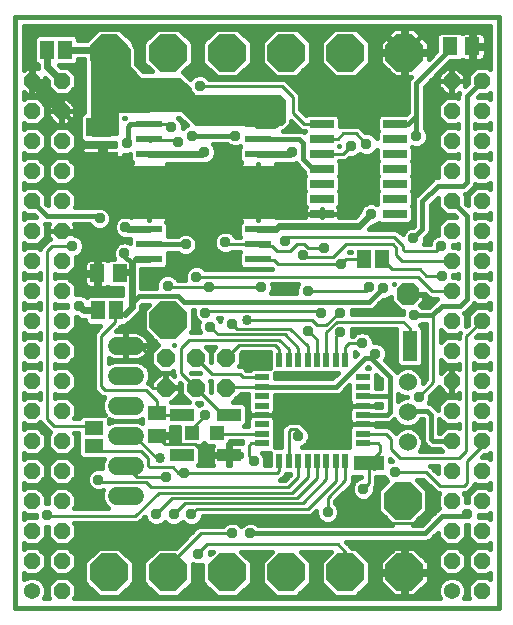
<source format=gtl>
G75*
%MOIN*%
%OFA0B0*%
%FSLAX24Y24*%
%IPPOS*%
%LPD*%
%AMOC8*
5,1,8,0,0,1.08239X$1,22.5*
%
%ADD10C,0.0160*%
%ADD11R,0.0500X0.0220*%
%ADD12R,0.0220X0.0500*%
%ADD13OC8,0.0600*%
%ADD14OC8,0.1250*%
%ADD15R,0.0472X0.0472*%
%ADD16C,0.0600*%
%ADD17C,0.0540*%
%ADD18OC8,0.0540*%
%ADD19R,0.0500X0.1000*%
%ADD20R,0.1000X0.0500*%
%ADD21R,0.0460X0.0630*%
%ADD22R,0.0866X0.0236*%
%ADD23R,0.0512X0.0591*%
%ADD24R,0.0800X0.0260*%
%ADD25R,0.1063X0.0630*%
%ADD26C,0.0600*%
%ADD27OC8,0.0760*%
%ADD28R,0.0630X0.0460*%
%ADD29R,0.0787X0.0433*%
%ADD30R,0.0591X0.0512*%
%ADD31C,0.0376*%
%ADD32C,0.0100*%
%ADD33C,0.0240*%
%ADD34C,0.0320*%
%ADD35C,0.0060*%
%ADD36C,0.0337*%
D10*
X001046Y000180D02*
X017188Y000180D01*
X017188Y019865D01*
X001046Y019865D01*
X001046Y000180D01*
X001356Y001136D02*
X001356Y001331D01*
X001422Y001265D01*
X001811Y001265D01*
X002087Y001540D01*
X002087Y001930D01*
X001811Y002205D01*
X001422Y002205D01*
X001356Y002139D01*
X001356Y002331D01*
X001422Y002265D01*
X001811Y002265D01*
X002087Y002540D01*
X002087Y002882D01*
X002147Y002882D01*
X002147Y002540D01*
X002422Y002265D01*
X002811Y002265D01*
X003087Y002540D01*
X003087Y002930D01*
X003026Y002990D01*
X005116Y002990D01*
X005207Y003028D01*
X005278Y003098D01*
X005379Y003200D01*
X005433Y003068D01*
X005542Y002959D01*
X005685Y002900D01*
X005840Y002900D01*
X005982Y002959D01*
X006056Y003033D01*
X006056Y003033D01*
X006130Y002959D01*
X006273Y002900D01*
X006427Y002900D01*
X006570Y002959D01*
X006644Y003033D01*
X006718Y002959D01*
X006860Y002900D01*
X007015Y002900D01*
X007157Y002959D01*
X007267Y003068D01*
X007326Y003211D01*
X007326Y003230D01*
X010876Y003230D01*
X010967Y003268D01*
X011038Y003338D01*
X011091Y003391D01*
X011091Y003294D01*
X011150Y003151D01*
X011259Y003042D01*
X011402Y002983D01*
X011556Y002983D01*
X011699Y003042D01*
X011808Y003151D01*
X011867Y003294D01*
X011867Y003448D01*
X011808Y003591D01*
X011729Y003670D01*
X011729Y003730D01*
X012281Y004282D01*
X012319Y004374D01*
X012319Y004545D01*
X012607Y004545D01*
X012607Y004529D01*
X012591Y004529D01*
X012448Y004470D01*
X012339Y004360D01*
X012280Y004218D01*
X012280Y004063D01*
X012339Y003921D01*
X012448Y003812D01*
X012591Y003753D01*
X012745Y003753D01*
X012888Y003812D01*
X012997Y003921D01*
X013056Y004063D01*
X013056Y004175D01*
X013069Y004188D01*
X013107Y004280D01*
X013107Y004545D01*
X013362Y004545D01*
X013386Y004488D01*
X013469Y004404D01*
X013158Y004093D01*
X013158Y003409D01*
X013631Y002936D01*
X009173Y002936D01*
X009124Y002985D01*
X008981Y003044D01*
X008827Y003044D01*
X008684Y002985D01*
X008603Y002904D01*
X008518Y002989D01*
X008375Y003048D01*
X008221Y003048D01*
X008078Y002989D01*
X007999Y002910D01*
X007196Y002910D01*
X007105Y002872D01*
X006418Y002186D01*
X005822Y002186D01*
X005339Y001703D01*
X005339Y001019D01*
X005822Y000536D01*
X006506Y000536D01*
X006989Y001019D01*
X006989Y001635D01*
X007095Y001591D01*
X007249Y001591D01*
X007307Y001615D01*
X007307Y001019D01*
X007791Y000536D01*
X008474Y000536D01*
X008957Y001019D01*
X008957Y001703D01*
X008608Y002052D01*
X009625Y002052D01*
X009276Y001703D01*
X009276Y001019D01*
X009759Y000536D01*
X010443Y000536D01*
X010926Y001019D01*
X010926Y001703D01*
X010577Y002052D01*
X011594Y002052D01*
X011244Y001703D01*
X011244Y001019D01*
X011728Y000536D01*
X012411Y000536D01*
X012894Y001019D01*
X012894Y001703D01*
X012411Y002186D01*
X012284Y002186D01*
X012281Y002192D01*
X012211Y002262D01*
X012097Y002376D01*
X014787Y002376D01*
X014889Y002419D01*
X015147Y002676D01*
X015147Y002540D01*
X015422Y002265D01*
X015811Y002265D01*
X016087Y002540D01*
X016087Y002922D01*
X016147Y002922D01*
X016147Y002540D01*
X016422Y002265D01*
X016811Y002265D01*
X016878Y002331D01*
X016878Y002139D01*
X016811Y002205D01*
X016422Y002205D01*
X016147Y001930D01*
X016147Y001540D01*
X016422Y001265D01*
X016811Y001265D01*
X016878Y001331D01*
X016878Y001139D01*
X016811Y001205D01*
X016422Y001205D01*
X016147Y000930D01*
X016147Y000540D01*
X016197Y000490D01*
X016024Y000490D01*
X016087Y000642D01*
X016087Y000829D01*
X016015Y001001D01*
X015883Y001134D01*
X015710Y001205D01*
X015523Y001205D01*
X015350Y001134D01*
X015218Y001001D01*
X015147Y000829D01*
X015147Y000642D01*
X015209Y000490D01*
X003036Y000490D01*
X003087Y000540D01*
X003087Y000930D01*
X002811Y001205D01*
X002422Y001205D01*
X002147Y000930D01*
X002147Y000540D01*
X002197Y000490D01*
X002024Y000490D01*
X002087Y000642D01*
X002087Y000829D01*
X002015Y001001D01*
X001883Y001134D01*
X001710Y001205D01*
X001523Y001205D01*
X001356Y001136D01*
X001356Y001290D02*
X001398Y001290D01*
X001836Y001290D02*
X002398Y001290D01*
X002422Y001265D02*
X002811Y001265D01*
X003087Y001540D01*
X003087Y001930D01*
X002811Y002205D01*
X002422Y002205D01*
X002147Y001930D01*
X002147Y001540D01*
X002422Y001265D01*
X002348Y001131D02*
X001885Y001131D01*
X002027Y000973D02*
X002189Y000973D01*
X002147Y000814D02*
X002087Y000814D01*
X002087Y000656D02*
X002147Y000656D01*
X002190Y000497D02*
X002027Y000497D01*
X002885Y001131D02*
X003370Y001131D01*
X003370Y001019D02*
X003854Y000536D01*
X004537Y000536D01*
X005020Y001019D01*
X005020Y001703D01*
X004537Y002186D01*
X003854Y002186D01*
X003370Y001703D01*
X003370Y001019D01*
X003417Y000973D02*
X003044Y000973D01*
X003087Y000814D02*
X003576Y000814D01*
X003734Y000656D02*
X003087Y000656D01*
X003043Y000497D02*
X015207Y000497D01*
X015147Y000656D02*
X014471Y000656D01*
X014371Y000556D02*
X014843Y001028D01*
X014843Y001311D01*
X014088Y001311D01*
X014088Y000556D01*
X014371Y000556D01*
X014088Y000656D02*
X013988Y000656D01*
X013988Y000556D02*
X013704Y000556D01*
X013233Y001028D01*
X013233Y001311D01*
X013988Y001311D01*
X014088Y001311D01*
X014088Y001411D01*
X014843Y001411D01*
X014843Y001695D01*
X014371Y002166D01*
X014088Y002166D01*
X014088Y001411D01*
X013988Y001411D01*
X013988Y001311D01*
X013988Y000556D01*
X013988Y000814D02*
X014088Y000814D01*
X014088Y000973D02*
X013988Y000973D01*
X013988Y001131D02*
X014088Y001131D01*
X014088Y001290D02*
X013988Y001290D01*
X013988Y001411D02*
X013233Y001411D01*
X013233Y001695D01*
X013704Y002166D01*
X013988Y002166D01*
X013988Y001411D01*
X013988Y001448D02*
X014088Y001448D01*
X014088Y001607D02*
X013988Y001607D01*
X013988Y001765D02*
X014088Y001765D01*
X014088Y001924D02*
X013988Y001924D01*
X013988Y002082D02*
X014088Y002082D01*
X014455Y002082D02*
X015299Y002082D01*
X015422Y002205D02*
X015147Y001930D01*
X015147Y001540D01*
X015422Y001265D01*
X015811Y001265D01*
X016087Y001540D01*
X016087Y001930D01*
X015811Y002205D01*
X015422Y002205D01*
X015288Y002399D02*
X014841Y002399D01*
X015028Y002558D02*
X015147Y002558D01*
X014731Y002656D02*
X015306Y003231D01*
X016058Y003231D01*
X016136Y003310D01*
X016147Y003698D02*
X016087Y003698D01*
X016087Y003930D01*
X016027Y003989D01*
X016072Y003989D01*
X016164Y004027D01*
X016234Y004097D01*
X016336Y004200D01*
X016375Y004292D01*
X016375Y004313D01*
X016422Y004265D01*
X016811Y004265D01*
X016878Y004331D01*
X016878Y004139D01*
X016811Y004205D01*
X016422Y004205D01*
X016147Y003930D01*
X016147Y003698D01*
X016147Y003826D02*
X016087Y003826D01*
X016032Y003984D02*
X016201Y003984D01*
X016279Y004143D02*
X016359Y004143D01*
X016375Y004301D02*
X016386Y004301D01*
X016847Y004301D02*
X016878Y004301D01*
X016874Y004143D02*
X016878Y004143D01*
X016878Y003331D02*
X016878Y003139D01*
X016811Y003205D01*
X016513Y003205D01*
X016524Y003233D01*
X016524Y003265D01*
X016811Y003265D01*
X016878Y003331D01*
X016878Y003192D02*
X016825Y003192D01*
X016147Y002875D02*
X016087Y002875D01*
X016087Y002716D02*
X016147Y002716D01*
X016147Y002558D02*
X016087Y002558D01*
X015945Y002399D02*
X016288Y002399D01*
X016299Y002082D02*
X015934Y002082D01*
X016087Y001924D02*
X016147Y001924D01*
X016147Y001765D02*
X016087Y001765D01*
X016087Y001607D02*
X016147Y001607D01*
X016239Y001448D02*
X015994Y001448D01*
X015836Y001290D02*
X016398Y001290D01*
X016348Y001131D02*
X015885Y001131D01*
X016027Y000973D02*
X016189Y000973D01*
X016147Y000814D02*
X016087Y000814D01*
X016087Y000656D02*
X016147Y000656D01*
X016190Y000497D02*
X016027Y000497D01*
X015348Y001131D02*
X014843Y001131D01*
X014843Y001290D02*
X015398Y001290D01*
X015239Y001448D02*
X014843Y001448D01*
X014843Y001607D02*
X015147Y001607D01*
X015147Y001765D02*
X014772Y001765D01*
X014614Y001924D02*
X015147Y001924D01*
X014731Y002656D02*
X008904Y002656D01*
X008799Y003033D02*
X008412Y003033D01*
X008183Y003033D02*
X007231Y003033D01*
X007318Y003192D02*
X011133Y003192D01*
X011091Y003350D02*
X011049Y003350D01*
X011280Y003033D02*
X009009Y003033D01*
X008737Y001924D02*
X009497Y001924D01*
X009338Y001765D02*
X008895Y001765D01*
X008957Y001607D02*
X009276Y001607D01*
X009276Y001448D02*
X008957Y001448D01*
X008957Y001290D02*
X009276Y001290D01*
X009276Y001131D02*
X008957Y001131D01*
X008911Y000973D02*
X009323Y000973D01*
X009481Y000814D02*
X008752Y000814D01*
X008594Y000656D02*
X009640Y000656D01*
X010562Y000656D02*
X011608Y000656D01*
X011450Y000814D02*
X010721Y000814D01*
X010879Y000973D02*
X011291Y000973D01*
X011244Y001131D02*
X010926Y001131D01*
X010926Y001290D02*
X011244Y001290D01*
X011244Y001448D02*
X010926Y001448D01*
X010926Y001607D02*
X011244Y001607D01*
X011307Y001765D02*
X010864Y001765D01*
X010705Y001924D02*
X011465Y001924D01*
X012211Y002262D02*
X012211Y002262D01*
X012233Y002241D02*
X016878Y002241D01*
X016836Y001290D02*
X016878Y001290D01*
X015206Y000973D02*
X014788Y000973D01*
X014629Y000814D02*
X015147Y000814D01*
X013605Y000656D02*
X012531Y000656D01*
X012689Y000814D02*
X013447Y000814D01*
X013288Y000973D02*
X012848Y000973D01*
X012894Y001131D02*
X013233Y001131D01*
X013233Y001290D02*
X012894Y001290D01*
X012894Y001448D02*
X013233Y001448D01*
X013233Y001607D02*
X012894Y001607D01*
X012832Y001765D02*
X013303Y001765D01*
X013462Y001924D02*
X012674Y001924D01*
X012515Y002082D02*
X013620Y002082D01*
X014335Y002936D02*
X014808Y003409D01*
X014808Y004093D01*
X014459Y004442D01*
X014667Y004442D01*
X015081Y004027D01*
X015173Y003989D01*
X015206Y003989D01*
X015147Y003930D01*
X015147Y003540D01*
X015198Y003489D01*
X015147Y003469D01*
X015068Y003390D01*
X014615Y002936D01*
X014335Y002936D01*
X014432Y003033D02*
X014711Y003033D01*
X014590Y003192D02*
X014870Y003192D01*
X014749Y003350D02*
X015028Y003350D01*
X015179Y003509D02*
X014808Y003509D01*
X014808Y003667D02*
X015147Y003667D01*
X015147Y003826D02*
X014808Y003826D01*
X014808Y003984D02*
X015201Y003984D01*
X014966Y004143D02*
X014758Y004143D01*
X014807Y004301D02*
X014599Y004301D01*
X015039Y004777D02*
X015147Y004777D01*
X015147Y004669D02*
X014982Y004833D01*
X014912Y004904D01*
X014897Y004910D01*
X015147Y004910D01*
X015147Y004669D01*
X015277Y005410D02*
X014566Y005410D01*
X014568Y005413D01*
X014644Y005596D01*
X014644Y005752D01*
X014684Y005655D01*
X014763Y005576D01*
X014842Y005498D01*
X014945Y005455D01*
X015056Y005455D01*
X015232Y005455D01*
X015277Y005410D01*
X015277Y005411D02*
X014566Y005411D01*
X014633Y005569D02*
X014771Y005569D01*
X014654Y005728D02*
X014644Y005728D01*
X014642Y005801D02*
X014568Y005979D01*
X014427Y006120D01*
X014244Y006196D01*
X014427Y006272D01*
X014568Y006413D01*
X014589Y006463D01*
X014642Y006463D01*
X014642Y005801D01*
X014642Y005886D02*
X014607Y005886D01*
X014642Y006045D02*
X014503Y006045D01*
X014532Y006208D02*
X014400Y006196D01*
X013743Y006196D01*
X013648Y006290D01*
X012657Y006290D01*
X012227Y006290D01*
X012227Y006188D01*
X012207Y006168D01*
X012207Y005523D01*
X010617Y005523D01*
X010707Y005560D01*
X010816Y005669D01*
X010875Y005811D01*
X010875Y005966D01*
X010816Y006109D01*
X010710Y006214D01*
X010707Y006223D01*
X010636Y006294D01*
X010585Y006345D01*
X010493Y006383D01*
X010201Y006383D01*
X010109Y006345D01*
X010039Y006274D01*
X010038Y006274D01*
X009968Y006204D01*
X009930Y006112D01*
X009930Y005523D01*
X009727Y005523D01*
X009727Y006483D01*
X009707Y006503D01*
X009707Y006605D01*
X009277Y006605D01*
X008847Y006605D01*
X008847Y006503D01*
X008827Y006483D01*
X008827Y006225D01*
X008702Y006225D01*
X008787Y006310D01*
X008787Y006909D01*
X008670Y007026D01*
X008311Y007026D01*
X008585Y007300D01*
X008827Y007300D01*
X008827Y007113D01*
X008827Y006727D01*
X008847Y006707D01*
X008847Y006605D01*
X009277Y006605D01*
X009277Y006605D01*
X009277Y006605D01*
X010593Y006605D01*
X010892Y006904D01*
X012641Y006904D01*
X012657Y006920D01*
X012227Y006920D01*
X012227Y006818D01*
X012207Y006798D01*
X012207Y006412D01*
X012227Y006392D01*
X012227Y006290D01*
X012657Y006290D01*
X012657Y006290D01*
X012657Y006290D01*
X013087Y006290D01*
X013087Y006225D01*
X013480Y006225D01*
X013572Y006187D01*
X013727Y006032D01*
X013750Y006009D01*
X013861Y006120D01*
X014045Y006196D01*
X014244Y006196D01*
X014045Y006196D01*
X013861Y006272D01*
X013720Y006413D01*
X013702Y006456D01*
X013700Y006454D01*
X013614Y006368D01*
X013511Y006325D01*
X013087Y006325D01*
X013087Y006290D01*
X012657Y006290D01*
X011979Y006290D01*
X011896Y006373D01*
X011896Y006830D01*
X011987Y006920D01*
X012657Y006920D01*
X012657Y006920D01*
X012657Y006920D01*
X013087Y006920D01*
X013087Y006885D01*
X013262Y006885D01*
X013262Y006955D01*
X013087Y006955D01*
X013087Y006920D01*
X012657Y006920D01*
X012227Y006920D01*
X012227Y007022D01*
X012207Y007042D01*
X012207Y007607D01*
X011913Y007313D01*
X011810Y007270D01*
X009727Y007270D01*
X009727Y006727D01*
X009707Y006707D01*
X009707Y006605D01*
X009277Y006605D01*
X008847Y006679D02*
X008787Y006679D01*
X008787Y006837D02*
X008827Y006837D01*
X008827Y006996D02*
X008700Y006996D01*
X008827Y007154D02*
X008440Y007154D01*
X008585Y007300D02*
X008585Y007300D01*
X009277Y007550D02*
X011754Y007550D01*
X012715Y008511D01*
X012916Y008511D01*
X013542Y007885D01*
X013542Y007211D01*
X013518Y007235D01*
X012657Y007235D01*
X013298Y007235D01*
X013542Y007211D02*
X013542Y006692D01*
X013455Y006605D01*
X012657Y006605D01*
X012207Y006679D02*
X009707Y006679D01*
X009707Y006520D02*
X012207Y006520D01*
X012227Y006362D02*
X010544Y006362D01*
X010721Y006203D02*
X012227Y006203D01*
X012207Y006045D02*
X010842Y006045D01*
X010875Y005886D02*
X012207Y005886D01*
X012207Y005728D02*
X010840Y005728D01*
X010716Y005569D02*
X012207Y005569D01*
X012857Y004995D02*
X013010Y004995D01*
X012857Y004995D02*
X013010Y004841D01*
X013107Y004460D02*
X013414Y004460D01*
X013366Y004301D02*
X013107Y004301D01*
X013056Y004143D02*
X013208Y004143D01*
X013158Y003984D02*
X013023Y003984D01*
X012902Y003826D02*
X013158Y003826D01*
X013158Y003667D02*
X011731Y003667D01*
X011825Y003826D02*
X012434Y003826D01*
X012313Y003984D02*
X011983Y003984D01*
X012142Y004143D02*
X012280Y004143D01*
X012289Y004301D02*
X012314Y004301D01*
X012319Y004460D02*
X012438Y004460D01*
X011842Y003509D02*
X013158Y003509D01*
X013217Y003350D02*
X011867Y003350D01*
X011825Y003192D02*
X013375Y003192D01*
X013534Y003033D02*
X011678Y003033D01*
X010230Y004618D02*
X010085Y004618D01*
X010087Y004623D02*
X010235Y004623D01*
X010062Y004450D01*
X009904Y004450D01*
X009947Y004468D01*
X010018Y004538D01*
X010077Y004597D01*
X010087Y004623D01*
X010072Y004460D02*
X009927Y004460D01*
X009555Y004930D02*
X009375Y004930D01*
X009402Y004996D01*
X009402Y005151D01*
X009343Y005294D01*
X009287Y005350D01*
X009555Y005350D01*
X009555Y004930D01*
X009555Y004935D02*
X009377Y004935D01*
X009402Y005094D02*
X009555Y005094D01*
X009555Y005252D02*
X009361Y005252D01*
X009727Y005569D02*
X009930Y005569D01*
X009930Y005728D02*
X009727Y005728D01*
X009727Y005886D02*
X009930Y005886D01*
X009930Y006045D02*
X009727Y006045D01*
X009727Y006203D02*
X009968Y006203D01*
X010150Y006362D02*
X009727Y006362D01*
X009727Y006837D02*
X012227Y006837D01*
X012227Y006996D02*
X009727Y006996D01*
X009727Y007154D02*
X012207Y007154D01*
X012207Y007313D02*
X011913Y007313D01*
X012071Y007471D02*
X012207Y007471D01*
X011755Y007947D02*
X009727Y007947D01*
X009727Y008003D02*
X011811Y008003D01*
X011638Y007830D01*
X009727Y007830D01*
X009727Y008003D01*
X009555Y008175D02*
X009555Y008690D01*
X008622Y008690D01*
X008585Y008653D01*
X008585Y008300D01*
X008516Y008230D01*
X008596Y008230D01*
X008687Y008192D01*
X008758Y008122D01*
X008764Y008115D01*
X008884Y008115D01*
X008944Y008175D01*
X009555Y008175D01*
X009555Y008264D02*
X008549Y008264D01*
X008585Y008422D02*
X009555Y008422D01*
X009555Y008581D02*
X008585Y008581D01*
X007741Y008870D02*
X007585Y008714D01*
X007585Y008360D01*
X007585Y008360D01*
X007585Y008714D01*
X007429Y008870D01*
X007741Y008870D01*
X007610Y008739D02*
X007560Y008739D01*
X007585Y008581D02*
X007585Y008581D01*
X007585Y008422D02*
X007585Y008422D01*
X007232Y008007D02*
X006939Y008007D01*
X006939Y008007D01*
X007232Y008007D01*
X007232Y008007D01*
X007569Y007730D02*
X007601Y007730D01*
X007585Y007714D01*
X007569Y007730D01*
X007585Y007714D02*
X007585Y007360D01*
X007585Y007360D01*
X007585Y007714D01*
X007585Y007630D02*
X007585Y007630D01*
X007585Y007471D02*
X007585Y007471D01*
X007232Y007007D02*
X007273Y006965D01*
X007190Y006931D01*
X007114Y007007D01*
X007232Y007007D01*
X007243Y006996D02*
X007125Y006996D01*
X006859Y007026D02*
X006248Y007026D01*
X006247Y007027D01*
X006284Y007027D01*
X006565Y007308D01*
X006565Y007487D01*
X006105Y007487D01*
X006105Y007527D01*
X006065Y007527D01*
X006065Y007987D01*
X005886Y007987D01*
X005605Y007706D01*
X005605Y007614D01*
X005567Y007652D01*
X005501Y007680D01*
X005554Y007809D01*
X005554Y008008D01*
X005478Y008192D01*
X005338Y008332D01*
X005154Y008408D01*
X004355Y008408D01*
X004176Y008334D01*
X004176Y008517D01*
X004203Y008498D01*
X004270Y008464D01*
X004342Y008440D01*
X004417Y008428D01*
X004734Y008428D01*
X004734Y008888D01*
X004774Y008888D01*
X004774Y008428D01*
X005092Y008428D01*
X005167Y008440D01*
X005239Y008464D01*
X005306Y008498D01*
X005367Y008542D01*
X005421Y008596D01*
X005465Y008657D01*
X005499Y008724D01*
X005523Y008796D01*
X005534Y008871D01*
X005534Y008888D01*
X004774Y008888D01*
X004774Y008928D01*
X004734Y008928D01*
X004734Y009388D01*
X004428Y009388D01*
X004547Y009508D01*
X004614Y009574D01*
X004737Y009574D01*
X004819Y009656D01*
X004896Y009688D01*
X005129Y009921D01*
X005219Y010011D01*
X005267Y010128D01*
X005267Y010244D01*
X005303Y010280D01*
X005511Y010280D01*
X005344Y010113D01*
X005344Y009430D01*
X005822Y008951D01*
X005585Y008714D01*
X005585Y008300D01*
X005878Y008007D01*
X006292Y008007D01*
X006339Y008054D01*
X006339Y007953D01*
X006354Y007916D01*
X006284Y007987D01*
X006105Y007987D01*
X006105Y007527D01*
X006565Y007527D01*
X006565Y007673D01*
X006585Y007653D01*
X006585Y007300D01*
X006859Y007026D01*
X006731Y007154D02*
X006411Y007154D01*
X006565Y007313D02*
X006585Y007313D01*
X006585Y007471D02*
X006565Y007471D01*
X006565Y007630D02*
X006585Y007630D01*
X006342Y007947D02*
X006324Y007947D01*
X006105Y007947D02*
X006065Y007947D01*
X006065Y007788D02*
X006105Y007788D01*
X006105Y007630D02*
X006065Y007630D01*
X005846Y007947D02*
X005554Y007947D01*
X005546Y007788D02*
X005688Y007788D01*
X005605Y007630D02*
X005590Y007630D01*
X005514Y008105D02*
X005780Y008105D01*
X005621Y008264D02*
X005406Y008264D01*
X005585Y008422D02*
X004176Y008422D01*
X003676Y008422D02*
X002968Y008422D01*
X003087Y008540D02*
X002811Y008265D01*
X002422Y008265D01*
X002376Y008311D01*
X002376Y008159D01*
X002422Y008205D01*
X002811Y008205D01*
X003087Y007930D01*
X003087Y007540D01*
X002811Y007265D01*
X002422Y007265D01*
X002376Y007311D01*
X002376Y007159D01*
X002422Y007205D01*
X002811Y007205D01*
X003087Y006930D01*
X003087Y006540D01*
X003036Y006490D01*
X003171Y006490D01*
X003171Y006493D01*
X003288Y006610D01*
X004046Y006610D01*
X004031Y006625D01*
X003954Y006809D01*
X003954Y007008D01*
X004030Y007190D01*
X003996Y007190D01*
X003904Y007228D01*
X003784Y007348D01*
X003714Y007418D01*
X003676Y007510D01*
X003676Y009290D01*
X003714Y009382D01*
X003907Y009574D01*
X003512Y009574D01*
X003395Y009692D01*
X003395Y009769D01*
X003289Y009769D01*
X003172Y009818D01*
X003127Y009863D01*
X003114Y009863D01*
X003087Y009874D01*
X003087Y009540D01*
X002811Y009265D01*
X002422Y009265D01*
X002376Y009311D01*
X002376Y009159D01*
X002422Y009205D01*
X002811Y009205D01*
X003087Y008930D01*
X003087Y008540D01*
X003087Y008581D02*
X003676Y008581D01*
X003676Y008739D02*
X003087Y008739D01*
X003087Y008898D02*
X003676Y008898D01*
X003676Y009056D02*
X002960Y009056D01*
X002919Y009373D02*
X003710Y009373D01*
X003676Y009215D02*
X002376Y009215D01*
X001876Y009215D02*
X001356Y009215D01*
X001422Y009205D02*
X001356Y009139D01*
X001356Y009331D01*
X001422Y009265D01*
X001811Y009265D01*
X001876Y009330D01*
X001876Y009141D01*
X001811Y009205D01*
X001422Y009205D01*
X001356Y008331D02*
X001422Y008265D01*
X001811Y008265D01*
X001876Y008330D01*
X001876Y008141D01*
X001811Y008205D01*
X001422Y008205D01*
X001356Y008139D01*
X001356Y008331D01*
X001356Y008264D02*
X001876Y008264D01*
X002376Y008264D02*
X003676Y008264D01*
X003676Y008105D02*
X002911Y008105D01*
X003070Y007947D02*
X003676Y007947D01*
X003676Y007788D02*
X003087Y007788D01*
X003087Y007630D02*
X003676Y007630D01*
X003692Y007471D02*
X003017Y007471D01*
X002859Y007313D02*
X003820Y007313D01*
X004015Y007154D02*
X002862Y007154D01*
X003021Y006996D02*
X003954Y006996D01*
X003954Y006837D02*
X003087Y006837D01*
X003087Y006679D02*
X004008Y006679D01*
X004201Y006472D02*
X004355Y006408D01*
X004201Y006344D01*
X004201Y006472D01*
X004201Y006362D02*
X004242Y006362D01*
X004355Y006408D02*
X005154Y006408D01*
X005291Y006352D01*
X005291Y006465D01*
X005154Y006408D01*
X004355Y006408D01*
X004774Y005928D02*
X004754Y005908D01*
X005267Y006362D02*
X005291Y006362D01*
X005834Y005954D02*
X005834Y005858D01*
X006261Y005858D01*
X006261Y005687D01*
X006527Y005687D01*
X006519Y005696D01*
X006519Y006193D01*
X006259Y006193D01*
X006261Y006186D01*
X006261Y005954D01*
X005834Y005954D01*
X005834Y005886D02*
X006519Y005886D01*
X006519Y005728D02*
X006261Y005728D01*
X006261Y006045D02*
X006519Y006045D01*
X007204Y005578D02*
X007274Y005578D01*
X007369Y005673D01*
X007463Y005578D01*
X007644Y005578D01*
X007632Y005557D01*
X007620Y005511D01*
X007619Y005299D01*
X008165Y005299D01*
X008165Y005642D01*
X008218Y005696D01*
X008218Y005725D01*
X008638Y005725D01*
X008634Y005722D01*
X008611Y005667D01*
X008611Y005667D01*
X008221Y005667D01*
X008221Y005299D01*
X008165Y005299D01*
X008165Y005242D01*
X008165Y004930D01*
X008221Y004930D01*
X008221Y005242D01*
X008165Y005242D01*
X007620Y005242D01*
X007620Y005030D01*
X007632Y004985D01*
X007655Y004944D01*
X007669Y004930D01*
X007171Y004930D01*
X007212Y004971D01*
X007212Y005570D01*
X007204Y005578D01*
X007212Y005569D02*
X007639Y005569D01*
X007620Y005411D02*
X007212Y005411D01*
X007212Y005252D02*
X008165Y005252D01*
X008221Y005252D02*
X008596Y005252D01*
X008596Y005242D02*
X008221Y005242D01*
X008221Y005299D01*
X008596Y005299D01*
X008596Y005242D01*
X008221Y005094D02*
X008165Y005094D01*
X008165Y004935D02*
X008221Y004935D01*
X008221Y005411D02*
X008165Y005411D01*
X008165Y005569D02*
X008221Y005569D01*
X007821Y005975D02*
X007782Y006015D01*
X007620Y005094D02*
X007212Y005094D01*
X007176Y004935D02*
X007664Y004935D01*
X008787Y006362D02*
X008827Y006362D01*
X008847Y006520D02*
X008787Y006520D01*
X007214Y009370D02*
X006934Y009370D01*
X006994Y009430D01*
X006994Y010100D01*
X007019Y010100D01*
X007018Y010097D01*
X007018Y009943D01*
X007077Y009800D01*
X007186Y009691D01*
X007196Y009687D01*
X007171Y009627D01*
X007171Y009473D01*
X007214Y009370D01*
X007212Y009373D02*
X006937Y009373D01*
X006994Y009532D02*
X007171Y009532D01*
X007188Y009690D02*
X006994Y009690D01*
X006994Y009849D02*
X007057Y009849D01*
X007018Y010007D02*
X006994Y010007D01*
X006686Y010380D02*
X012864Y010380D01*
X013315Y010831D01*
X013677Y010970D02*
X013690Y010970D01*
X013681Y010961D01*
X013677Y010970D01*
X013584Y010551D02*
X013584Y010401D01*
X013912Y010073D01*
X014008Y010073D01*
X013981Y010005D01*
X013981Y009970D01*
X012294Y009970D01*
X012294Y010097D01*
X012293Y010100D01*
X012920Y010100D01*
X013023Y010143D01*
X013323Y010443D01*
X013392Y010443D01*
X013535Y010502D01*
X013584Y010551D01*
X013584Y010483D02*
X013488Y010483D01*
X013661Y010324D02*
X013204Y010324D01*
X013045Y010166D02*
X013820Y010166D01*
X013981Y010007D02*
X012294Y010007D01*
X012280Y009470D02*
X013774Y009470D01*
X013774Y008320D01*
X013891Y008203D01*
X014556Y008203D01*
X014674Y008320D01*
X014674Y009486D01*
X014569Y009591D01*
X014588Y009599D01*
X014638Y009648D01*
X014756Y009648D01*
X014756Y007793D01*
X014644Y007681D01*
X014644Y007795D01*
X014568Y007979D01*
X014427Y008120D01*
X014244Y008196D01*
X014045Y008196D01*
X013861Y008120D01*
X013781Y008039D01*
X013779Y008043D01*
X013388Y008435D01*
X013446Y008575D01*
X013446Y008730D01*
X013387Y008872D01*
X013277Y008981D01*
X013135Y009041D01*
X013014Y009041D01*
X013014Y009077D01*
X012955Y009220D01*
X012846Y009329D01*
X012703Y009388D01*
X012549Y009388D01*
X012406Y009329D01*
X012327Y009250D01*
X012280Y009250D01*
X012294Y009283D01*
X012294Y009437D01*
X012280Y009470D01*
X012294Y009373D02*
X012512Y009373D01*
X012739Y009373D02*
X013774Y009373D01*
X013774Y009215D02*
X012957Y009215D01*
X013014Y009056D02*
X013774Y009056D01*
X013774Y008898D02*
X013361Y008898D01*
X013442Y008739D02*
X013774Y008739D01*
X013774Y008581D02*
X013446Y008581D01*
X013401Y008422D02*
X013774Y008422D01*
X013830Y008264D02*
X013559Y008264D01*
X013718Y008105D02*
X013846Y008105D01*
X013262Y007769D02*
X013262Y007515D01*
X013107Y007515D01*
X013107Y007924D01*
X013262Y007769D01*
X013243Y007788D02*
X013107Y007788D01*
X013107Y007630D02*
X013262Y007630D01*
X013822Y007311D02*
X013861Y007272D01*
X014045Y007196D01*
X014132Y007196D01*
X014132Y007196D01*
X014045Y007196D01*
X013861Y007120D01*
X013822Y007080D01*
X013822Y007311D01*
X013822Y007154D02*
X013944Y007154D01*
X014191Y006743D02*
X014144Y006696D01*
X014191Y006743D02*
X014792Y006743D01*
X014922Y006613D01*
X014922Y005814D01*
X015000Y005735D01*
X015617Y005735D01*
X015261Y006045D02*
X015202Y006045D01*
X015202Y006015D02*
X015202Y006485D01*
X015422Y006265D01*
X015811Y006265D01*
X015856Y006310D01*
X015856Y006161D01*
X015811Y006205D01*
X015422Y006205D01*
X015232Y006015D01*
X015202Y006015D01*
X015202Y006203D02*
X015420Y006203D01*
X015326Y006362D02*
X015202Y006362D01*
X015147Y006784D02*
X014950Y006980D01*
X014863Y007017D01*
X014908Y007126D01*
X014908Y007238D01*
X015193Y007523D01*
X015430Y007285D01*
X015607Y007285D01*
X015607Y007725D01*
X015627Y007725D01*
X015627Y007285D01*
X015803Y007285D01*
X015856Y007338D01*
X015856Y007161D01*
X015811Y007205D01*
X015422Y007205D01*
X015147Y006930D01*
X015147Y006784D01*
X015147Y006837D02*
X015094Y006837D01*
X015212Y006996D02*
X014914Y006996D01*
X014908Y007154D02*
X015371Y007154D01*
X015403Y007313D02*
X014983Y007313D01*
X015141Y007471D02*
X015244Y007471D01*
X015607Y007471D02*
X015627Y007471D01*
X015627Y007313D02*
X015607Y007313D01*
X015830Y007313D02*
X015856Y007313D01*
X015627Y007630D02*
X015607Y007630D01*
X015607Y007745D02*
X015607Y008185D01*
X015430Y008185D01*
X015256Y008011D01*
X015256Y008431D01*
X015422Y008265D01*
X015811Y008265D01*
X015856Y008310D01*
X015856Y008132D01*
X015803Y008185D01*
X015627Y008185D01*
X015627Y007745D01*
X015607Y007745D01*
X015607Y007788D02*
X015627Y007788D01*
X015627Y007947D02*
X015607Y007947D01*
X015607Y008105D02*
X015627Y008105D01*
X015350Y008105D02*
X015256Y008105D01*
X015256Y008264D02*
X015856Y008264D01*
X016356Y008264D02*
X016878Y008264D01*
X016811Y008265D02*
X016878Y008331D01*
X016878Y008139D01*
X016811Y008205D01*
X016422Y008205D01*
X016356Y008139D01*
X016356Y008331D01*
X016422Y008265D01*
X016811Y008265D01*
X016878Y007331D02*
X016878Y007139D01*
X016811Y007205D01*
X016422Y007205D01*
X016356Y007139D01*
X016356Y007331D01*
X016422Y007265D01*
X016811Y007265D01*
X016878Y007331D01*
X016878Y007313D02*
X016859Y007313D01*
X016862Y007154D02*
X016878Y007154D01*
X016371Y007154D02*
X016356Y007154D01*
X016356Y007313D02*
X016375Y007313D01*
X016356Y006331D02*
X016422Y006265D01*
X016811Y006265D01*
X016878Y006331D01*
X016878Y006139D01*
X016811Y006205D01*
X016422Y006205D01*
X016356Y006139D01*
X016356Y006331D01*
X016356Y006203D02*
X016420Y006203D01*
X016617Y005735D02*
X016617Y005554D01*
X016681Y005265D02*
X016811Y005265D01*
X016878Y005331D01*
X016878Y005139D01*
X016811Y005205D01*
X016621Y005205D01*
X016681Y005265D01*
X016668Y005252D02*
X016878Y005252D01*
X016878Y006203D02*
X016813Y006203D01*
X015856Y006203D02*
X015813Y006203D01*
X014642Y006203D02*
X014261Y006203D01*
X014517Y006362D02*
X014642Y006362D01*
X014027Y006203D02*
X013534Y006203D01*
X013599Y006362D02*
X013771Y006362D01*
X013786Y006045D02*
X013715Y006045D01*
X013557Y005135D02*
X013557Y005062D01*
X013609Y005084D01*
X013557Y005135D01*
X013557Y005094D02*
X013599Y005094D01*
X014644Y007788D02*
X014751Y007788D01*
X014756Y007947D02*
X014582Y007947D01*
X014442Y008105D02*
X014756Y008105D01*
X014756Y008264D02*
X014617Y008264D01*
X014674Y008422D02*
X014756Y008422D01*
X014756Y008581D02*
X014674Y008581D01*
X014674Y008739D02*
X014756Y008739D01*
X014756Y008898D02*
X014674Y008898D01*
X014674Y009056D02*
X014756Y009056D01*
X014756Y009215D02*
X014674Y009215D01*
X014674Y009373D02*
X014756Y009373D01*
X014756Y009532D02*
X014628Y009532D01*
X014369Y009928D02*
X014967Y009928D01*
X015006Y009967D01*
X015278Y010239D01*
X015892Y010239D01*
X016117Y010463D01*
X016117Y013235D01*
X015617Y013735D01*
X015352Y013336D02*
X014916Y013336D01*
X014916Y013494D02*
X015193Y013494D01*
X015147Y013540D02*
X015422Y013265D01*
X015691Y013265D01*
X015751Y013205D01*
X015422Y013205D01*
X015147Y012930D01*
X015147Y012611D01*
X015046Y012569D01*
X014937Y012460D01*
X014878Y012317D01*
X014878Y012310D01*
X014685Y012310D01*
X014729Y012418D01*
X014729Y012487D01*
X014874Y012632D01*
X014916Y012735D01*
X014916Y013615D01*
X015147Y013846D01*
X015147Y013540D01*
X015147Y013653D02*
X014954Y013653D01*
X015112Y013811D02*
X015147Y013811D01*
X015156Y014251D02*
X016002Y014251D01*
X016121Y014369D01*
X016121Y017239D01*
X016617Y017735D01*
X016307Y018091D02*
X015898Y018091D01*
X015803Y018185D02*
X015627Y018185D01*
X015627Y017745D01*
X016067Y017745D01*
X016067Y017922D01*
X015803Y018185D01*
X015607Y018185D02*
X015430Y018185D01*
X015167Y017922D01*
X015167Y017745D01*
X015607Y017745D01*
X015607Y018185D01*
X015607Y018091D02*
X015627Y018091D01*
X015627Y017932D02*
X015607Y017932D01*
X015607Y017774D02*
X015627Y017774D01*
X015627Y017745D02*
X015607Y017745D01*
X015607Y017725D01*
X015627Y017725D01*
X015627Y017745D01*
X015627Y017725D02*
X016067Y017725D01*
X016067Y017581D01*
X016147Y017661D01*
X016147Y017930D01*
X016422Y018205D01*
X016811Y018205D01*
X016878Y018139D01*
X016878Y019555D01*
X001356Y019555D01*
X001356Y018111D01*
X001430Y018185D01*
X001607Y018185D01*
X001607Y017745D01*
X001627Y017745D01*
X002067Y017745D01*
X002067Y017833D01*
X002147Y017753D01*
X002147Y017540D01*
X002422Y017265D01*
X002811Y017265D01*
X003087Y017540D01*
X003087Y017930D01*
X002811Y018205D01*
X002599Y018205D01*
X002537Y018267D01*
X003048Y018267D01*
X003166Y018385D01*
X003166Y018462D01*
X003364Y018462D01*
X003364Y016703D01*
X003353Y016703D01*
X003236Y016586D01*
X003236Y015790D01*
X003353Y015673D01*
X004390Y015673D01*
X004390Y015583D01*
X004391Y015580D01*
X004045Y015580D01*
X004045Y015163D01*
X004679Y015163D01*
X004679Y015281D01*
X004701Y015272D01*
X004855Y015272D01*
X004901Y015291D01*
X004901Y015087D01*
X004964Y015024D01*
X004957Y015017D01*
X004933Y014976D01*
X004921Y014930D01*
X004921Y014788D01*
X004921Y014646D01*
X004933Y014601D01*
X004957Y014560D01*
X004978Y014538D01*
X004957Y014517D01*
X004933Y014476D01*
X004921Y014430D01*
X004921Y014288D01*
X004921Y014146D01*
X004933Y014101D01*
X004957Y014060D01*
X004978Y014038D01*
X004957Y014017D01*
X004933Y013976D01*
X004921Y013930D01*
X004921Y013788D01*
X004921Y013646D01*
X004933Y013601D01*
X004957Y013560D01*
X004978Y013538D01*
X004957Y013517D01*
X004933Y013476D01*
X004921Y013430D01*
X004921Y013288D01*
X004921Y013214D01*
X004816Y013257D01*
X004662Y013257D01*
X004519Y013198D01*
X004410Y013089D01*
X004351Y012946D01*
X004351Y012792D01*
X004410Y012649D01*
X004519Y012540D01*
X004662Y012481D01*
X004725Y012481D01*
X004756Y012468D01*
X004901Y012468D01*
X004901Y012339D01*
X004783Y012388D01*
X004629Y012388D01*
X004486Y012329D01*
X004377Y012220D01*
X004318Y012077D01*
X004318Y011923D01*
X004362Y011817D01*
X004211Y011817D01*
X004160Y011766D01*
X004127Y011785D01*
X004081Y011797D01*
X003850Y011797D01*
X003850Y011370D01*
X003754Y011370D01*
X003754Y011797D01*
X003522Y011797D01*
X003476Y011785D01*
X003435Y011761D01*
X003402Y011728D01*
X003378Y011686D01*
X003366Y011641D01*
X003366Y011370D01*
X003754Y011370D01*
X003754Y011274D01*
X003850Y011274D01*
X003850Y010846D01*
X004081Y010846D01*
X004127Y010859D01*
X004160Y010878D01*
X004211Y010826D01*
X004627Y010826D01*
X004627Y010604D01*
X003512Y010604D01*
X003449Y010542D01*
X003411Y010580D01*
X003269Y010639D01*
X003114Y010639D01*
X003087Y010628D01*
X003087Y010930D01*
X002811Y011205D01*
X002422Y011205D01*
X002376Y011159D01*
X002376Y011311D01*
X002422Y011265D01*
X002811Y011265D01*
X003087Y011540D01*
X003087Y011870D01*
X003186Y011911D01*
X003295Y012020D01*
X003354Y012163D01*
X003354Y012317D01*
X003295Y012460D01*
X003186Y012569D01*
X003067Y012618D01*
X003067Y012725D01*
X002627Y012725D01*
X002627Y012745D01*
X003067Y012745D01*
X003067Y012922D01*
X003025Y012963D01*
X003537Y012963D01*
X003547Y012937D01*
X003657Y012827D01*
X003799Y012768D01*
X003954Y012768D01*
X004096Y012827D01*
X004206Y012937D01*
X004265Y013079D01*
X004265Y013234D01*
X004206Y013376D01*
X004096Y013485D01*
X003954Y013544D01*
X003799Y013544D01*
X003747Y013523D01*
X003069Y013523D01*
X003087Y013540D01*
X003087Y013930D01*
X002811Y014205D01*
X002422Y014205D01*
X002147Y013930D01*
X002147Y013601D01*
X002087Y013661D01*
X002087Y013930D01*
X001811Y014205D01*
X001422Y014205D01*
X001356Y014139D01*
X001356Y014331D01*
X001422Y014265D01*
X001811Y014265D01*
X002087Y014540D01*
X002087Y014930D01*
X001811Y015205D01*
X001422Y015205D01*
X001356Y015139D01*
X001356Y015331D01*
X001422Y015265D01*
X001811Y015265D01*
X002087Y015540D01*
X002087Y015930D01*
X001811Y016205D01*
X001422Y016205D01*
X001356Y016139D01*
X001356Y016331D01*
X001422Y016265D01*
X001811Y016265D01*
X002087Y016540D01*
X002087Y016930D01*
X001811Y017205D01*
X001422Y017205D01*
X001356Y017139D01*
X001356Y017360D01*
X001430Y017285D01*
X001607Y017285D01*
X001607Y017725D01*
X001627Y017725D01*
X001627Y017745D01*
X001627Y018185D01*
X001803Y018185D01*
X001816Y018173D01*
X001816Y018275D01*
X001706Y018385D01*
X001706Y019180D01*
X001823Y019297D01*
X003048Y019297D01*
X003166Y019180D01*
X003166Y019102D01*
X003447Y019102D01*
X003854Y019509D01*
X004537Y019509D01*
X005020Y019026D01*
X005020Y018952D01*
X005051Y018921D01*
X005094Y018818D01*
X005094Y018304D01*
X005331Y018066D01*
X005615Y018066D01*
X005339Y018342D01*
X005339Y019026D01*
X005822Y019509D01*
X006506Y019509D01*
X006989Y019026D01*
X006989Y018342D01*
X006672Y018026D01*
X006677Y018024D01*
X006756Y017945D01*
X006900Y017800D01*
X006999Y017899D01*
X007142Y017958D01*
X007296Y017958D01*
X007439Y017899D01*
X007518Y017820D01*
X010001Y017820D01*
X010093Y017782D01*
X010525Y017349D01*
X010564Y017257D01*
X010564Y016787D01*
X010762Y016589D01*
X010810Y016636D01*
X011775Y016636D01*
X011892Y016519D01*
X011892Y016222D01*
X011949Y016245D01*
X012466Y016245D01*
X012557Y016207D01*
X012740Y016025D01*
X012851Y016025D01*
X012994Y015966D01*
X013103Y015857D01*
X013112Y015834D01*
X013112Y016019D01*
X013150Y016056D01*
X013112Y016093D01*
X013112Y016519D01*
X013230Y016636D01*
X014090Y016636D01*
X014152Y016698D01*
X014152Y017720D01*
X014194Y017823D01*
X014250Y017879D01*
X014088Y017879D01*
X014088Y018634D01*
X014088Y018734D01*
X014843Y018734D01*
X014843Y019017D01*
X014371Y019489D01*
X014088Y019489D01*
X014088Y018734D01*
X013988Y018734D01*
X013988Y019489D01*
X013704Y019489D01*
X013233Y019017D01*
X013233Y018734D01*
X013988Y018734D01*
X013988Y018634D01*
X014088Y018634D01*
X014843Y018634D01*
X014843Y018472D01*
X015102Y018730D01*
X015102Y019267D01*
X015219Y019384D01*
X015896Y019384D01*
X015948Y019333D01*
X015980Y019352D01*
X016026Y019364D01*
X016258Y019364D01*
X016258Y018937D01*
X016354Y018937D01*
X016354Y019364D01*
X016585Y019364D01*
X016631Y019352D01*
X016672Y019328D01*
X016706Y019294D01*
X016729Y019253D01*
X016742Y019208D01*
X016742Y018937D01*
X016354Y018937D01*
X016354Y018841D01*
X016742Y018841D01*
X016742Y018570D01*
X016729Y018524D01*
X016706Y018483D01*
X016672Y018449D01*
X016631Y018426D01*
X016585Y018413D01*
X016354Y018413D01*
X016354Y018841D01*
X016258Y018841D01*
X016258Y018413D01*
X016026Y018413D01*
X015980Y018426D01*
X015948Y018445D01*
X015896Y018393D01*
X015557Y018393D01*
X014712Y017548D01*
X014712Y016161D01*
X014761Y016112D01*
X014820Y015970D01*
X014820Y015815D01*
X014761Y015673D01*
X014651Y015564D01*
X014509Y015504D01*
X014354Y015504D01*
X014307Y015524D01*
X014312Y015519D01*
X014312Y015093D01*
X014275Y015056D01*
X014312Y015019D01*
X014312Y014593D01*
X014275Y014556D01*
X014312Y014519D01*
X014312Y014093D01*
X014275Y014056D01*
X014312Y014019D01*
X014312Y013593D01*
X014275Y013556D01*
X014312Y013519D01*
X014312Y013093D01*
X014195Y012976D01*
X013230Y012976D01*
X013186Y013019D01*
X013140Y012973D01*
X012997Y012914D01*
X012984Y012914D01*
X012860Y012790D01*
X013756Y012790D01*
X013847Y012752D01*
X013975Y012625D01*
X014012Y012715D01*
X014121Y012824D01*
X014264Y012883D01*
X014333Y012883D01*
X014356Y012906D01*
X014356Y013787D01*
X014399Y013890D01*
X014478Y013969D01*
X014919Y014409D01*
X014997Y014488D01*
X015100Y014531D01*
X015156Y014531D01*
X015147Y014540D01*
X015147Y014930D01*
X015422Y015205D01*
X015811Y015205D01*
X015841Y015176D01*
X015841Y015294D01*
X015811Y015265D01*
X015422Y015265D01*
X015147Y015540D01*
X015147Y015930D01*
X015422Y016205D01*
X015811Y016205D01*
X015841Y016176D01*
X015841Y016294D01*
X015811Y016265D01*
X015422Y016265D01*
X015147Y016540D01*
X015147Y016930D01*
X015422Y017205D01*
X015811Y017205D01*
X015841Y017176D01*
X015841Y017295D01*
X015860Y017342D01*
X015803Y017285D01*
X015627Y017285D01*
X015627Y017725D01*
X015607Y017725D02*
X015607Y017285D01*
X015430Y017285D01*
X015167Y017549D01*
X015167Y017725D01*
X015607Y017725D01*
X015607Y017615D02*
X015627Y017615D01*
X015627Y017457D02*
X015607Y017457D01*
X015607Y017298D02*
X015627Y017298D01*
X015816Y017298D02*
X015842Y017298D01*
X016067Y017615D02*
X016101Y017615D01*
X016067Y017774D02*
X016147Y017774D01*
X016149Y017932D02*
X016056Y017932D01*
X015910Y018408D02*
X016878Y018408D01*
X016878Y018566D02*
X016741Y018566D01*
X016742Y018725D02*
X016878Y018725D01*
X016878Y018883D02*
X016354Y018883D01*
X016306Y018889D02*
X016290Y018904D01*
X016290Y019463D01*
X014817Y019463D01*
X014038Y018684D01*
X014088Y018725D02*
X015096Y018725D01*
X015102Y018883D02*
X014843Y018883D01*
X014819Y019042D02*
X015102Y019042D01*
X015102Y019200D02*
X014660Y019200D01*
X014502Y019359D02*
X015193Y019359D01*
X015558Y018889D02*
X015558Y018790D01*
X014432Y017664D01*
X014432Y016448D01*
X014365Y016515D01*
X014156Y016306D01*
X013712Y016306D01*
X014118Y016664D02*
X010687Y016664D01*
X010564Y016823D02*
X014152Y016823D01*
X014152Y016981D02*
X010564Y016981D01*
X010564Y017140D02*
X014152Y017140D01*
X014152Y017298D02*
X010547Y017298D01*
X010418Y017457D02*
X014152Y017457D01*
X014152Y017615D02*
X010260Y017615D01*
X010101Y017774D02*
X014174Y017774D01*
X014088Y017932D02*
X013988Y017932D01*
X013988Y017879D02*
X013988Y018634D01*
X013233Y018634D01*
X013233Y018350D01*
X013704Y017879D01*
X013988Y017879D01*
X013988Y018091D02*
X014088Y018091D01*
X014088Y018249D02*
X013988Y018249D01*
X013988Y018408D02*
X014088Y018408D01*
X014088Y018566D02*
X013988Y018566D01*
X013988Y018725D02*
X012894Y018725D01*
X012894Y018883D02*
X013233Y018883D01*
X013257Y019042D02*
X012879Y019042D01*
X012894Y019026D02*
X012411Y019509D01*
X011728Y019509D01*
X011244Y019026D01*
X011244Y018342D01*
X011728Y017859D01*
X012411Y017859D01*
X012894Y018342D01*
X012894Y019026D01*
X012720Y019200D02*
X013416Y019200D01*
X013574Y019359D02*
X012562Y019359D01*
X012894Y018566D02*
X013233Y018566D01*
X013233Y018408D02*
X012894Y018408D01*
X012801Y018249D02*
X013334Y018249D01*
X013493Y018091D02*
X012643Y018091D01*
X012484Y017932D02*
X013651Y017932D01*
X013988Y018883D02*
X014088Y018883D01*
X014088Y019042D02*
X013988Y019042D01*
X013988Y019200D02*
X014088Y019200D01*
X014088Y019359D02*
X013988Y019359D01*
X014843Y018566D02*
X014937Y018566D01*
X015254Y018091D02*
X015336Y018091D01*
X015412Y018249D02*
X016878Y018249D01*
X016354Y018566D02*
X016258Y018566D01*
X016258Y018725D02*
X016354Y018725D01*
X016354Y019042D02*
X016258Y019042D01*
X016258Y019200D02*
X016354Y019200D01*
X016354Y019359D02*
X016258Y019359D01*
X016605Y019359D02*
X016878Y019359D01*
X016878Y019517D02*
X001356Y019517D01*
X001356Y019359D02*
X003703Y019359D01*
X003545Y019200D02*
X003146Y019200D01*
X003644Y018830D02*
X003644Y015960D01*
X003754Y015983D01*
X004010Y015983D01*
X004428Y016007D01*
X004428Y016782D01*
X006640Y016794D01*
X007105Y016330D01*
X009892Y016330D01*
X009975Y016412D01*
X009975Y017086D01*
X009865Y017196D01*
X007330Y017196D01*
X007296Y017182D01*
X007142Y017182D01*
X006999Y017241D01*
X006890Y017350D01*
X006844Y017460D01*
X006518Y017786D01*
X005215Y017786D01*
X004814Y018188D01*
X004814Y018763D01*
X004703Y018873D01*
X003916Y018873D01*
X003841Y018798D01*
X003806Y018739D01*
X003644Y018830D01*
X003644Y018725D02*
X004814Y018725D01*
X004814Y018566D02*
X003644Y018566D01*
X003644Y018408D02*
X004814Y018408D01*
X004814Y018249D02*
X003644Y018249D01*
X003644Y018091D02*
X004911Y018091D01*
X005069Y017932D02*
X003644Y017932D01*
X003644Y017774D02*
X006531Y017774D01*
X006690Y017615D02*
X003644Y017615D01*
X003644Y017457D02*
X006846Y017457D01*
X006942Y017298D02*
X003644Y017298D01*
X003644Y017140D02*
X009921Y017140D01*
X009802Y017089D02*
X009880Y017011D01*
X009975Y016981D02*
X003644Y016981D01*
X003644Y016823D02*
X009975Y016823D01*
X009975Y016664D02*
X006770Y016664D01*
X006929Y016506D02*
X009975Y016506D01*
X009910Y016347D02*
X007087Y016347D01*
X006775Y016263D02*
X006722Y016241D01*
X006654Y016173D01*
X006654Y016277D01*
X006595Y016420D01*
X006501Y016513D01*
X006525Y016514D01*
X006775Y016263D01*
X006691Y016347D02*
X006625Y016347D01*
X006654Y016189D02*
X006669Y016189D01*
X006533Y016506D02*
X006509Y016506D01*
X006942Y015912D02*
X008400Y015912D01*
X008250Y015555D02*
X007710Y015555D01*
X007694Y015593D02*
X007654Y015632D01*
X008131Y015632D01*
X008180Y015583D01*
X008323Y015524D01*
X008477Y015524D01*
X008554Y015556D01*
X008572Y015538D01*
X008523Y015489D01*
X008523Y015087D01*
X008586Y015024D01*
X008579Y015017D01*
X008555Y014976D01*
X008543Y014930D01*
X008543Y014788D01*
X008543Y014646D01*
X008555Y014601D01*
X008579Y014560D01*
X008600Y014538D01*
X008579Y014517D01*
X008555Y014476D01*
X008543Y014430D01*
X008543Y014288D01*
X008543Y014146D01*
X008555Y014101D01*
X008579Y014060D01*
X008600Y014038D01*
X008579Y014017D01*
X008555Y013976D01*
X008543Y013930D01*
X008543Y013788D01*
X008543Y013646D01*
X008555Y013601D01*
X008579Y013560D01*
X008600Y013538D01*
X008579Y013517D01*
X008555Y013476D01*
X008543Y013430D01*
X008543Y013288D01*
X008543Y013146D01*
X008555Y013101D01*
X008579Y013060D01*
X008586Y013052D01*
X008523Y012989D01*
X008523Y012587D01*
X008572Y012538D01*
X008416Y012538D01*
X008398Y012581D01*
X008289Y012690D01*
X008147Y012749D01*
X007992Y012749D01*
X007850Y012690D01*
X007740Y012581D01*
X007681Y012438D01*
X007681Y012284D01*
X007740Y012141D01*
X007850Y012032D01*
X007992Y011973D01*
X008147Y011973D01*
X008289Y012032D01*
X008295Y012038D01*
X008572Y012038D01*
X008523Y011989D01*
X008523Y011587D01*
X008640Y011470D01*
X009622Y011470D01*
X009622Y011470D01*
X007405Y011470D01*
X007326Y011549D01*
X007183Y011608D01*
X007029Y011608D01*
X006886Y011549D01*
X006777Y011440D01*
X006718Y011297D01*
X006718Y011143D01*
X006731Y011110D01*
X006487Y011110D01*
X006475Y011140D01*
X006366Y011249D01*
X006223Y011308D01*
X006069Y011308D01*
X005926Y011249D01*
X005817Y011140D01*
X005758Y010997D01*
X005758Y010843D01*
X005759Y010840D01*
X005267Y010840D01*
X005267Y011468D01*
X005598Y011468D01*
X005602Y011470D01*
X006050Y011470D01*
X006167Y011587D01*
X006167Y011989D01*
X006148Y012008D01*
X006477Y012008D01*
X006526Y011959D01*
X006669Y011900D01*
X006823Y011900D01*
X006966Y011959D01*
X007075Y012068D01*
X007134Y012211D01*
X007134Y012365D01*
X007075Y012508D01*
X006966Y012617D01*
X006823Y012676D01*
X006669Y012676D01*
X006526Y012617D01*
X006477Y012568D01*
X006148Y012568D01*
X006167Y012587D01*
X006167Y012989D01*
X006104Y013052D01*
X006111Y013060D01*
X006135Y013101D01*
X006147Y013146D01*
X006147Y013288D01*
X005534Y013288D01*
X005534Y013108D01*
X005534Y013108D01*
X005534Y013288D01*
X005534Y013288D01*
X005534Y013288D01*
X004921Y013288D01*
X005534Y013288D01*
X005534Y013288D01*
X009156Y013288D01*
X009156Y013108D01*
X009156Y013108D01*
X009156Y013288D01*
X009156Y013288D01*
X008543Y013288D01*
X009156Y013288D01*
X009156Y013288D01*
X009156Y013288D01*
X009769Y013288D01*
X009769Y013206D01*
X009802Y013220D01*
X010712Y013220D01*
X010712Y013306D01*
X011292Y013306D01*
X011292Y013306D01*
X010712Y013306D01*
X010712Y013460D01*
X010725Y013505D01*
X010745Y013541D01*
X010692Y013593D01*
X010692Y014019D01*
X010730Y014056D01*
X010692Y014093D01*
X010692Y014519D01*
X010730Y014556D01*
X010692Y014593D01*
X010692Y014708D01*
X010415Y014986D01*
X010412Y014994D01*
X010371Y014977D01*
X010302Y014977D01*
X010281Y014968D01*
X009759Y014968D01*
X009769Y014930D01*
X009769Y014788D01*
X009156Y014788D01*
X009156Y014788D01*
X009156Y014288D01*
X009156Y014288D01*
X009156Y014086D01*
X009156Y013788D01*
X009156Y013788D01*
X009156Y013288D01*
X009162Y013353D01*
X010148Y013353D01*
X010282Y013487D01*
X010463Y013306D01*
X011292Y013306D01*
X011292Y013476D01*
X011292Y013476D01*
X011292Y013306D01*
X011292Y013306D01*
X011292Y013220D01*
X011292Y013220D01*
X011292Y013306D01*
X011292Y013306D01*
X011293Y013306D02*
X011872Y013306D01*
X011872Y013460D01*
X011860Y013505D01*
X011840Y013541D01*
X011892Y013593D01*
X011892Y014019D01*
X011855Y014056D01*
X011892Y014093D01*
X011892Y014519D01*
X011855Y014556D01*
X011892Y014593D01*
X011892Y015019D01*
X011855Y015056D01*
X012044Y015056D01*
X012136Y015094D01*
X012207Y015164D01*
X012216Y015174D01*
X012328Y015174D01*
X012470Y015233D01*
X012550Y015312D01*
X012554Y015308D01*
X012697Y015249D01*
X012851Y015249D01*
X012994Y015308D01*
X013103Y015417D01*
X013112Y015439D01*
X013112Y015093D01*
X013150Y015056D01*
X013112Y015019D01*
X013112Y014593D01*
X013150Y014556D01*
X013112Y014519D01*
X013112Y014093D01*
X013150Y014056D01*
X013112Y014019D01*
X013112Y013642D01*
X012997Y013690D01*
X012843Y013690D01*
X012700Y013631D01*
X012591Y013522D01*
X012532Y013379D01*
X012532Y013366D01*
X012385Y013220D01*
X011872Y013220D01*
X011872Y013306D01*
X011293Y013306D01*
X011293Y013306D01*
X011292Y013336D02*
X011292Y013336D01*
X010712Y013336D02*
X009769Y013336D01*
X009769Y013288D02*
X009769Y013430D01*
X009757Y013476D01*
X009733Y013517D01*
X009712Y013538D01*
X009733Y013560D01*
X009757Y013601D01*
X009769Y013646D01*
X009769Y013788D01*
X009156Y013788D01*
X009156Y013490D01*
X009156Y013288D01*
X009769Y013288D01*
X009746Y013494D02*
X010722Y013494D01*
X010628Y013494D02*
X004176Y013494D01*
X004199Y013475D02*
X004199Y013837D01*
X004199Y014050D01*
X004077Y014172D01*
X004034Y014255D02*
X004180Y014109D01*
X004034Y014255D02*
X003967Y015086D01*
X003420Y015086D01*
X003215Y015290D01*
X003215Y015298D01*
X003156Y015357D01*
X003156Y016196D01*
X002617Y016735D01*
X002627Y016725D02*
X002627Y016745D01*
X003067Y016745D01*
X003067Y016922D01*
X002803Y017185D01*
X002627Y017185D01*
X002627Y016745D01*
X002607Y016745D01*
X002607Y017185D01*
X002430Y017185D01*
X002167Y016922D01*
X002167Y016745D01*
X002607Y016745D01*
X002607Y016725D01*
X002627Y016725D01*
X003067Y016725D01*
X003067Y016549D01*
X002803Y016285D01*
X002627Y016285D01*
X002627Y016725D01*
X002607Y016725D02*
X002607Y016285D01*
X002430Y016285D01*
X002167Y016549D01*
X002167Y016725D01*
X002607Y016725D01*
X002607Y016664D02*
X002627Y016664D01*
X002627Y016506D02*
X002607Y016506D01*
X002607Y016347D02*
X002627Y016347D01*
X002811Y016205D02*
X002422Y016205D01*
X002147Y015930D01*
X002147Y015540D01*
X002422Y015265D01*
X002811Y015265D01*
X003087Y015540D01*
X003087Y015930D01*
X002811Y016205D01*
X002828Y016189D02*
X003236Y016189D01*
X003236Y016347D02*
X002865Y016347D01*
X003023Y016506D02*
X003236Y016506D01*
X003314Y016664D02*
X003067Y016664D01*
X003067Y016823D02*
X003364Y016823D01*
X003364Y016981D02*
X003007Y016981D01*
X002849Y017140D02*
X003364Y017140D01*
X003364Y017298D02*
X002844Y017298D01*
X003003Y017457D02*
X003364Y017457D01*
X003364Y017615D02*
X003087Y017615D01*
X003087Y017774D02*
X003364Y017774D01*
X003364Y017932D02*
X003084Y017932D01*
X002926Y018091D02*
X003364Y018091D01*
X003364Y018249D02*
X002555Y018249D01*
X002707Y018782D02*
X002736Y018782D01*
X003166Y018408D02*
X003364Y018408D01*
X004128Y017235D02*
X004193Y017170D01*
X004274Y017089D01*
X004428Y016664D02*
X003644Y016664D01*
X003644Y016506D02*
X004428Y016506D01*
X004428Y016347D02*
X003644Y016347D01*
X003644Y016189D02*
X004428Y016189D01*
X004428Y016030D02*
X003644Y016030D01*
X003236Y016030D02*
X002986Y016030D01*
X003087Y015872D02*
X003236Y015872D01*
X003313Y015713D02*
X003087Y015713D01*
X003087Y015555D02*
X003342Y015555D01*
X003325Y015545D02*
X003366Y015568D01*
X003412Y015580D01*
X003890Y015580D01*
X003890Y015163D01*
X004045Y015163D01*
X004045Y015008D01*
X004679Y015008D01*
X004679Y014747D01*
X004666Y014701D01*
X004643Y014660D01*
X004609Y014627D01*
X004568Y014603D01*
X004522Y014591D01*
X004045Y014591D01*
X004045Y015008D01*
X003890Y015008D01*
X003890Y014591D01*
X003412Y014591D01*
X003366Y014603D01*
X003325Y014627D01*
X003292Y014660D01*
X003268Y014701D01*
X003256Y014747D01*
X003256Y015008D01*
X003890Y015008D01*
X003890Y015163D01*
X003256Y015163D01*
X003256Y015424D01*
X003268Y015470D01*
X003292Y015511D01*
X003325Y015545D01*
X003256Y015396D02*
X002942Y015396D01*
X002811Y015205D02*
X002422Y015205D01*
X002147Y014930D01*
X002147Y014540D01*
X002422Y014265D01*
X002811Y014265D01*
X003087Y014540D01*
X003087Y014930D01*
X002811Y015205D01*
X002937Y015079D02*
X003890Y015079D01*
X004045Y015079D02*
X004909Y015079D01*
X004901Y015238D02*
X004679Y015238D01*
X004679Y014921D02*
X004921Y014921D01*
X004921Y014788D02*
X005534Y014788D01*
X005534Y014288D01*
X005534Y013788D01*
X005534Y013288D01*
X004329Y013359D01*
X004314Y013343D01*
X004314Y013361D01*
X004199Y013475D01*
X004076Y013494D02*
X004944Y013494D01*
X004921Y013336D02*
X004222Y013336D01*
X004310Y013336D02*
X010566Y013336D01*
X010526Y013243D02*
X004388Y013243D01*
X003979Y013727D01*
X003345Y013727D01*
X003247Y013826D01*
X003282Y015322D01*
X003436Y015290D01*
X003853Y015302D01*
X003873Y015271D01*
X004306Y015231D01*
X004010Y014830D01*
X009837Y014830D01*
X010306Y014802D01*
X010428Y014778D01*
X010628Y014621D01*
X010628Y013479D01*
X010526Y013243D01*
X010628Y013653D02*
X004042Y013653D01*
X004199Y013837D02*
X004180Y013857D01*
X004314Y013361D02*
X004315Y013359D01*
X004329Y013359D01*
X004314Y013343D02*
X004314Y012975D01*
X004310Y012971D01*
X004310Y012656D01*
X003802Y012149D01*
X003802Y011322D01*
X003754Y011275D02*
X002821Y011275D01*
X002900Y011117D02*
X003366Y011117D01*
X003366Y011003D02*
X003366Y011274D01*
X003754Y011274D01*
X003754Y010846D01*
X003522Y010846D01*
X003476Y010859D01*
X003435Y010882D01*
X003402Y010916D01*
X003378Y010957D01*
X003366Y011003D01*
X003378Y010958D02*
X003058Y010958D01*
X003087Y010800D02*
X004627Y010800D01*
X004627Y010641D02*
X003087Y010641D01*
X002803Y010265D02*
X002803Y010205D01*
X002422Y010205D01*
X002376Y010159D01*
X002376Y010311D01*
X002422Y010265D01*
X002803Y010265D01*
X002382Y010166D02*
X002376Y010166D01*
X001876Y010166D02*
X001851Y010166D01*
X001876Y010141D02*
X001811Y010205D01*
X001422Y010205D01*
X001356Y010139D01*
X001356Y010331D01*
X001422Y010265D01*
X001811Y010265D01*
X001876Y010330D01*
X001876Y010141D01*
X001870Y010324D02*
X001876Y010324D01*
X001363Y010324D02*
X001356Y010324D01*
X001356Y010166D02*
X001382Y010166D01*
X001356Y011139D02*
X001356Y011331D01*
X001422Y011265D01*
X001811Y011265D01*
X001876Y011330D01*
X001876Y011141D01*
X001811Y011205D01*
X001422Y011205D01*
X001356Y011139D01*
X001356Y011275D02*
X001412Y011275D01*
X001821Y011275D02*
X001876Y011275D01*
X002376Y011275D02*
X002412Y011275D01*
X002980Y011434D02*
X003366Y011434D01*
X003366Y011592D02*
X003087Y011592D01*
X003087Y011751D02*
X003425Y011751D01*
X003181Y011909D02*
X004323Y011909D01*
X004318Y012068D02*
X003314Y012068D01*
X003354Y012226D02*
X004383Y012226D01*
X004620Y012385D02*
X003326Y012385D01*
X003212Y012543D02*
X004516Y012543D01*
X004388Y012702D02*
X003067Y012702D01*
X003067Y012860D02*
X003624Y012860D01*
X003877Y013156D02*
X003790Y013243D01*
X002109Y013243D01*
X001617Y013735D01*
X001691Y013265D02*
X001422Y013265D01*
X001356Y013331D01*
X001356Y013139D01*
X001422Y013205D01*
X001751Y013205D01*
X001691Y013265D01*
X001394Y013177D02*
X001356Y013177D01*
X002053Y012963D02*
X002208Y012963D01*
X002167Y012922D01*
X002167Y012745D01*
X002607Y012745D01*
X002607Y012725D01*
X002167Y012725D01*
X002167Y012549D01*
X002234Y012481D01*
X002164Y012452D01*
X002094Y012382D01*
X001914Y012202D01*
X001885Y012132D01*
X001811Y012205D01*
X001422Y012205D01*
X001356Y012139D01*
X001356Y012331D01*
X001422Y012265D01*
X001811Y012265D01*
X002087Y012540D01*
X002087Y012930D01*
X002053Y012963D01*
X002087Y012860D02*
X002167Y012860D01*
X002167Y012702D02*
X002087Y012702D01*
X002087Y012543D02*
X002172Y012543D01*
X002097Y012385D02*
X001931Y012385D01*
X001938Y012226D02*
X001356Y012226D01*
X002617Y012735D02*
X002695Y012656D01*
X004310Y012656D01*
X004306Y012656D01*
X004351Y012860D02*
X004129Y012860D01*
X004239Y013019D02*
X004381Y013019D01*
X004265Y013177D02*
X004498Y013177D01*
X004739Y012869D02*
X004749Y012859D01*
X004792Y012385D02*
X004901Y012385D01*
X004706Y012000D02*
X004706Y011902D01*
X004947Y011660D01*
X005267Y011434D02*
X006774Y011434D01*
X006718Y011275D02*
X006303Y011275D01*
X006484Y011117D02*
X006729Y011117D01*
X006990Y011592D02*
X006167Y011592D01*
X006167Y011751D02*
X008523Y011751D01*
X008523Y011909D02*
X006844Y011909D01*
X006647Y011909D02*
X006167Y011909D01*
X005989Y011275D02*
X005267Y011275D01*
X005267Y011117D02*
X005807Y011117D01*
X005758Y010958D02*
X005267Y010958D01*
X005187Y010560D02*
X006506Y010560D01*
X006686Y010380D01*
X007828Y009830D02*
X007939Y009830D01*
X007901Y009738D01*
X007888Y009770D01*
X007828Y009830D01*
X006359Y008946D02*
X006357Y008942D01*
X006353Y008946D01*
X006359Y008946D01*
X005769Y008898D02*
X004774Y008898D01*
X004774Y008928D02*
X005534Y008928D01*
X005534Y008946D01*
X005523Y009021D01*
X005499Y009093D01*
X005465Y009160D01*
X005421Y009221D01*
X005367Y009274D01*
X005306Y009319D01*
X005239Y009353D01*
X005167Y009377D01*
X005092Y009388D01*
X004774Y009388D01*
X004774Y008928D01*
X004774Y009056D02*
X004734Y009056D01*
X004734Y009215D02*
X004774Y009215D01*
X004774Y009373D02*
X004734Y009373D01*
X004571Y009532D02*
X005344Y009532D01*
X005344Y009690D02*
X004898Y009690D01*
X005057Y009849D02*
X005344Y009849D01*
X005344Y010007D02*
X005215Y010007D01*
X005267Y010166D02*
X005396Y010166D01*
X005007Y010380D02*
X005187Y010560D01*
X005007Y010380D02*
X004947Y010440D01*
X004715Y009960D02*
X004554Y009960D01*
X004425Y010089D01*
X003864Y009532D02*
X003078Y009532D01*
X003087Y009690D02*
X003396Y009690D01*
X003141Y009849D02*
X003087Y009849D01*
X003754Y010958D02*
X003850Y010958D01*
X003850Y011117D02*
X003754Y011117D01*
X003754Y011434D02*
X003850Y011434D01*
X003850Y011592D02*
X003754Y011592D01*
X003754Y011751D02*
X003850Y011751D01*
X005534Y012288D02*
X006746Y012288D01*
X007040Y012543D02*
X007725Y012543D01*
X007681Y012385D02*
X007126Y012385D01*
X007134Y012226D02*
X007705Y012226D01*
X007814Y012068D02*
X007074Y012068D01*
X007222Y011592D02*
X008523Y011592D01*
X008567Y012543D02*
X008414Y012543D01*
X008523Y012702D02*
X008262Y012702D01*
X008523Y012860D02*
X006167Y012860D01*
X006167Y012702D02*
X007877Y012702D01*
X008552Y013019D02*
X006138Y013019D01*
X006147Y013177D02*
X008543Y013177D01*
X008543Y013336D02*
X006147Y013336D01*
X006147Y013288D02*
X006147Y013430D01*
X006135Y013476D01*
X006111Y013517D01*
X006090Y013538D01*
X006111Y013560D01*
X006135Y013601D01*
X006147Y013646D01*
X006147Y013788D01*
X005534Y013788D01*
X005534Y013788D01*
X005534Y013586D01*
X005534Y013288D01*
X006147Y013288D01*
X006124Y013494D02*
X008566Y013494D01*
X008543Y013653D02*
X006147Y013653D01*
X006147Y013788D02*
X006147Y013930D01*
X006135Y013976D01*
X006111Y014017D01*
X006090Y014038D01*
X006111Y014060D01*
X006135Y014101D01*
X006147Y014146D01*
X006147Y014288D01*
X005534Y014288D01*
X005534Y014288D01*
X005534Y014086D01*
X005534Y013788D01*
X005534Y013788D01*
X004921Y013788D01*
X005534Y013788D01*
X005534Y013788D01*
X005534Y013788D01*
X009156Y013788D01*
X008543Y013788D01*
X009156Y013788D01*
X009156Y013788D01*
X009156Y013788D01*
X009769Y013788D01*
X009769Y013930D01*
X009757Y013976D01*
X009733Y014017D01*
X009712Y014038D01*
X009733Y014060D01*
X009757Y014101D01*
X009769Y014146D01*
X009769Y014288D01*
X009156Y014288D01*
X009156Y013788D01*
X009156Y013788D01*
X009156Y013811D02*
X009156Y013811D01*
X009156Y013653D02*
X009156Y013653D01*
X009156Y013494D02*
X009156Y013494D01*
X009156Y013336D02*
X009156Y013336D01*
X009156Y013288D02*
X009156Y013288D01*
X009156Y013177D02*
X009156Y013177D01*
X009769Y013653D02*
X010692Y013653D01*
X010692Y013811D02*
X009769Y013811D01*
X009759Y013970D02*
X010692Y013970D01*
X010628Y013970D02*
X003250Y013970D01*
X003254Y014128D02*
X010628Y014128D01*
X010692Y014128D02*
X009764Y014128D01*
X009769Y014287D02*
X010692Y014287D01*
X010628Y014287D02*
X003258Y014287D01*
X003261Y014445D02*
X010628Y014445D01*
X010692Y014445D02*
X009765Y014445D01*
X009769Y014430D02*
X009757Y014476D01*
X009733Y014517D01*
X009712Y014538D01*
X009733Y014560D01*
X009757Y014601D01*
X009769Y014646D01*
X009769Y014788D01*
X009156Y014788D01*
X009156Y014490D01*
X009156Y014288D01*
X008543Y014288D01*
X009156Y014288D01*
X009156Y014288D01*
X009156Y014288D01*
X005534Y014288D01*
X005534Y014288D01*
X004921Y014288D01*
X005534Y014288D01*
X005534Y014288D01*
X005534Y014180D01*
X005534Y014180D01*
X005534Y014128D02*
X005534Y014128D01*
X005534Y013970D02*
X005534Y013970D01*
X005534Y013859D02*
X005534Y013788D01*
X006147Y013788D01*
X006147Y013811D02*
X008543Y013811D01*
X008554Y013970D02*
X006136Y013970D01*
X006142Y014128D02*
X008548Y014128D01*
X008543Y014287D02*
X006147Y014287D01*
X006147Y014288D02*
X006147Y014430D01*
X006135Y014476D01*
X006111Y014517D01*
X006090Y014538D01*
X006111Y014560D01*
X006135Y014601D01*
X006147Y014646D01*
X006147Y014788D01*
X005534Y014788D01*
X005534Y014788D01*
X005534Y014490D01*
X005534Y014288D01*
X006147Y014288D01*
X006143Y014445D02*
X008547Y014445D01*
X008554Y014604D02*
X006136Y014604D01*
X006147Y014762D02*
X008543Y014762D01*
X008543Y014788D02*
X009156Y014788D01*
X009156Y014788D01*
X009156Y014788D01*
X005534Y014788D01*
X005534Y014788D01*
X004921Y014788D01*
X004921Y014762D02*
X004679Y014762D01*
X004569Y014604D02*
X004932Y014604D01*
X004925Y014445D02*
X002991Y014445D01*
X003087Y014604D02*
X003365Y014604D01*
X003265Y014604D02*
X010628Y014604D01*
X010692Y014604D02*
X009758Y014604D01*
X009769Y014762D02*
X010639Y014762D01*
X010449Y014762D02*
X003269Y014762D01*
X003256Y014762D02*
X003087Y014762D01*
X003087Y014921D02*
X003256Y014921D01*
X003273Y014921D02*
X004077Y014921D01*
X004045Y014921D02*
X003890Y014921D01*
X003890Y014762D02*
X004045Y014762D01*
X004045Y014604D02*
X003890Y014604D01*
X004180Y014353D02*
X004211Y014385D01*
X004211Y014711D01*
X004359Y014859D01*
X004430Y014788D01*
X005534Y014788D01*
X005534Y014788D01*
X006147Y014788D01*
X006147Y014930D01*
X006137Y014968D01*
X007344Y014968D01*
X007384Y014985D01*
X007442Y014985D01*
X007585Y015044D01*
X007694Y015153D01*
X007753Y015296D01*
X007753Y015450D01*
X007694Y015593D01*
X007753Y015396D02*
X008523Y015396D01*
X008523Y015238D02*
X007729Y015238D01*
X007620Y015079D02*
X008531Y015079D01*
X008543Y014921D02*
X006147Y014921D01*
X005534Y014762D02*
X005534Y014762D01*
X005534Y014604D02*
X005534Y014604D01*
X005534Y014445D02*
X005534Y014445D01*
X005534Y014288D02*
X005534Y014288D01*
X005534Y014287D02*
X005534Y014287D01*
X005534Y013811D02*
X005534Y013811D01*
X005534Y013788D02*
X005534Y013788D01*
X005534Y013653D02*
X005534Y013653D01*
X005534Y013494D02*
X005534Y013494D01*
X005534Y013336D02*
X005534Y013336D01*
X005534Y013288D02*
X005534Y013288D01*
X005534Y013177D02*
X005534Y013177D01*
X004921Y013653D02*
X003087Y013653D01*
X003087Y013811D02*
X004921Y013811D01*
X004931Y013970D02*
X003047Y013970D01*
X002888Y014128D02*
X004926Y014128D01*
X004921Y014287D02*
X002833Y014287D01*
X002401Y014287D02*
X001833Y014287D01*
X001888Y014128D02*
X002345Y014128D01*
X002186Y013970D02*
X002047Y013970D01*
X002087Y013811D02*
X002147Y013811D01*
X002147Y013653D02*
X002095Y013653D01*
X001991Y014445D02*
X002242Y014445D01*
X002147Y014604D02*
X002087Y014604D01*
X002087Y014762D02*
X002147Y014762D01*
X002147Y014921D02*
X002087Y014921D01*
X001937Y015079D02*
X002296Y015079D01*
X002291Y015396D02*
X001942Y015396D01*
X002087Y015555D02*
X002147Y015555D01*
X002147Y015713D02*
X002087Y015713D01*
X002087Y015872D02*
X002147Y015872D01*
X002247Y016030D02*
X001986Y016030D01*
X001828Y016189D02*
X002405Y016189D01*
X002368Y016347D02*
X001893Y016347D01*
X002052Y016506D02*
X002210Y016506D01*
X002167Y016664D02*
X002087Y016664D01*
X002087Y016823D02*
X002167Y016823D01*
X002226Y016981D02*
X002035Y016981D01*
X001877Y017140D02*
X002385Y017140D01*
X002389Y017298D02*
X001816Y017298D01*
X001803Y017285D02*
X002067Y017549D01*
X002067Y017725D01*
X001627Y017725D01*
X001627Y017285D01*
X001803Y017285D01*
X001627Y017298D02*
X001607Y017298D01*
X001607Y017457D02*
X001627Y017457D01*
X001627Y017615D02*
X001607Y017615D01*
X001607Y017774D02*
X001627Y017774D01*
X001627Y017932D02*
X001607Y017932D01*
X001607Y018091D02*
X001627Y018091D01*
X001816Y018249D02*
X001356Y018249D01*
X001356Y018408D02*
X001706Y018408D01*
X001706Y018566D02*
X001356Y018566D01*
X001356Y018725D02*
X001706Y018725D01*
X001706Y018883D02*
X001356Y018883D01*
X001356Y019042D02*
X001706Y019042D01*
X001725Y019200D02*
X001356Y019200D01*
X002067Y017774D02*
X002126Y017774D01*
X002147Y017615D02*
X002067Y017615D01*
X001974Y017457D02*
X002231Y017457D01*
X002607Y017140D02*
X002627Y017140D01*
X002627Y016981D02*
X002607Y016981D01*
X002607Y016823D02*
X002627Y016823D01*
X001417Y017298D02*
X001356Y017298D01*
X001356Y017140D02*
X001356Y017140D01*
X001356Y016189D02*
X001405Y016189D01*
X001356Y015238D02*
X003256Y015238D01*
X003280Y015238D02*
X004236Y015238D01*
X004194Y015079D02*
X003276Y015079D01*
X003890Y015238D02*
X004045Y015238D01*
X004045Y015396D02*
X003890Y015396D01*
X003890Y015555D02*
X004045Y015555D01*
X004778Y015660D02*
X004817Y015700D01*
X004817Y016204D01*
X004902Y016288D01*
X005534Y016288D01*
X005520Y016345D01*
X005534Y015788D02*
X005548Y015774D01*
X004722Y016504D02*
X004708Y016490D01*
X004708Y016504D01*
X004722Y016504D01*
X005307Y018091D02*
X005591Y018091D01*
X005432Y018249D02*
X005148Y018249D01*
X005094Y018408D02*
X005339Y018408D01*
X005339Y018566D02*
X005094Y018566D01*
X005094Y018725D02*
X005339Y018725D01*
X005339Y018883D02*
X005067Y018883D01*
X005005Y019042D02*
X005355Y019042D01*
X005513Y019200D02*
X004846Y019200D01*
X004688Y019359D02*
X005672Y019359D01*
X006656Y019359D02*
X007640Y019359D01*
X007791Y019509D02*
X007307Y019026D01*
X007307Y018342D01*
X007791Y017859D01*
X008474Y017859D01*
X008957Y018342D01*
X008957Y019026D01*
X008474Y019509D01*
X007791Y019509D01*
X007482Y019200D02*
X006815Y019200D01*
X006973Y019042D02*
X007323Y019042D01*
X007307Y018883D02*
X006989Y018883D01*
X006989Y018725D02*
X007307Y018725D01*
X007307Y018566D02*
X006989Y018566D01*
X006989Y018408D02*
X007307Y018408D01*
X007401Y018249D02*
X006896Y018249D01*
X006737Y018091D02*
X007559Y018091D01*
X007718Y017932D02*
X007359Y017932D01*
X007079Y017932D02*
X006768Y017932D01*
X008547Y017932D02*
X009686Y017932D01*
X009759Y017859D02*
X010443Y017859D01*
X010926Y018342D01*
X010926Y019026D01*
X010443Y019509D01*
X009759Y019509D01*
X009276Y019026D01*
X009276Y018342D01*
X009759Y017859D01*
X009528Y018091D02*
X008706Y018091D01*
X008864Y018249D02*
X009369Y018249D01*
X009276Y018408D02*
X008957Y018408D01*
X008957Y018566D02*
X009276Y018566D01*
X009276Y018725D02*
X008957Y018725D01*
X008957Y018883D02*
X009276Y018883D01*
X009292Y019042D02*
X008942Y019042D01*
X008783Y019200D02*
X009450Y019200D01*
X009609Y019359D02*
X008625Y019359D01*
X010593Y019359D02*
X011577Y019359D01*
X011419Y019200D02*
X010752Y019200D01*
X010910Y019042D02*
X011260Y019042D01*
X011244Y018883D02*
X010926Y018883D01*
X010926Y018725D02*
X011244Y018725D01*
X011244Y018566D02*
X010926Y018566D01*
X010926Y018408D02*
X011244Y018408D01*
X011338Y018249D02*
X010833Y018249D01*
X010674Y018091D02*
X011496Y018091D01*
X011655Y017932D02*
X010516Y017932D01*
X010255Y016389D02*
X010480Y016164D01*
X010550Y016094D01*
X010642Y016056D01*
X010730Y016056D01*
X010730Y016056D01*
X010695Y016021D01*
X010691Y016026D01*
X010588Y016068D01*
X009993Y016068D01*
X010051Y016092D01*
X010134Y016175D01*
X010212Y016254D01*
X010255Y016357D01*
X010255Y016389D01*
X010251Y016347D02*
X010297Y016347D01*
X010147Y016189D02*
X010455Y016189D01*
X010680Y016030D02*
X010704Y016030D01*
X010532Y015788D02*
X010652Y015668D01*
X010652Y015145D01*
X010991Y014806D01*
X011292Y014806D01*
X011892Y014762D02*
X013112Y014762D01*
X013112Y014604D02*
X011892Y014604D01*
X011892Y014445D02*
X013112Y014445D01*
X013112Y014287D02*
X011892Y014287D01*
X011892Y014128D02*
X013112Y014128D01*
X013112Y013970D02*
X011892Y013970D01*
X011892Y013811D02*
X013112Y013811D01*
X013112Y013653D02*
X013088Y013653D01*
X012752Y013653D02*
X011892Y013653D01*
X011863Y013494D02*
X012579Y013494D01*
X012501Y013336D02*
X011872Y013336D01*
X012930Y012860D02*
X014208Y012860D01*
X014238Y013019D02*
X014356Y013019D01*
X014356Y013177D02*
X014312Y013177D01*
X014312Y013336D02*
X014356Y013336D01*
X014356Y013494D02*
X014312Y013494D01*
X014312Y013653D02*
X014356Y013653D01*
X014366Y013811D02*
X014312Y013811D01*
X014312Y013970D02*
X014479Y013970D01*
X014637Y014128D02*
X014312Y014128D01*
X014312Y014287D02*
X014796Y014287D01*
X014954Y014445D02*
X014312Y014445D01*
X014312Y014604D02*
X015147Y014604D01*
X015147Y014762D02*
X014312Y014762D01*
X014312Y014921D02*
X015147Y014921D01*
X015296Y015079D02*
X014298Y015079D01*
X014312Y015238D02*
X015841Y015238D01*
X016401Y015238D02*
X016878Y015238D01*
X016811Y015265D02*
X016878Y015331D01*
X016878Y015139D01*
X016811Y015205D01*
X016422Y015205D01*
X016401Y015184D01*
X016401Y015287D01*
X016422Y015265D01*
X016811Y015265D01*
X016878Y016139D02*
X016811Y016205D01*
X016422Y016205D01*
X016401Y016184D01*
X016401Y016287D01*
X016422Y016265D01*
X016811Y016265D01*
X016878Y016331D01*
X016878Y016139D01*
X016878Y016189D02*
X016828Y016189D01*
X016405Y016189D02*
X016401Y016189D01*
X015841Y016189D02*
X015828Y016189D01*
X015405Y016189D02*
X014712Y016189D01*
X014712Y016347D02*
X015340Y016347D01*
X015182Y016506D02*
X014712Y016506D01*
X014712Y016664D02*
X015147Y016664D01*
X015147Y016823D02*
X014712Y016823D01*
X014712Y016981D02*
X015198Y016981D01*
X015356Y017140D02*
X014712Y017140D01*
X014712Y017298D02*
X015417Y017298D01*
X015259Y017457D02*
X014712Y017457D01*
X014778Y017615D02*
X015167Y017615D01*
X015167Y017774D02*
X014937Y017774D01*
X015095Y017932D02*
X015177Y017932D01*
X015558Y018814D02*
X015558Y018889D01*
X015922Y019359D02*
X016006Y019359D01*
X016742Y019200D02*
X016878Y019200D01*
X016878Y019042D02*
X016742Y019042D01*
X016878Y017331D02*
X016878Y017139D01*
X016811Y017205D01*
X016483Y017205D01*
X016543Y017265D01*
X016811Y017265D01*
X016878Y017331D01*
X016878Y017298D02*
X016844Y017298D01*
X016877Y017140D02*
X016878Y017140D01*
X015247Y016030D02*
X014795Y016030D01*
X014820Y015872D02*
X015147Y015872D01*
X015147Y015713D02*
X014777Y015713D01*
X014630Y015555D02*
X015147Y015555D01*
X015291Y015396D02*
X014312Y015396D01*
X014432Y015893D02*
X014432Y016448D01*
X013112Y016506D02*
X011892Y016506D01*
X011892Y016347D02*
X013112Y016347D01*
X013112Y016189D02*
X012576Y016189D01*
X012734Y016030D02*
X013124Y016030D01*
X013112Y015872D02*
X013088Y015872D01*
X013082Y015396D02*
X013112Y015396D01*
X013112Y015238D02*
X012475Y015238D01*
X012100Y015079D02*
X013127Y015079D01*
X013112Y014921D02*
X011892Y014921D01*
X011862Y015556D02*
X011855Y015556D01*
X011855Y015556D01*
X011862Y015563D01*
X011862Y015556D01*
X011300Y015814D02*
X011292Y015806D01*
X010532Y015788D02*
X009156Y015788D01*
X008556Y015555D02*
X008551Y015555D01*
X008543Y014788D02*
X009156Y014788D01*
X009156Y014968D01*
X009156Y014968D01*
X009156Y014788D01*
X009156Y014788D01*
X009156Y014762D02*
X009156Y014762D01*
X009156Y014604D02*
X009156Y014604D01*
X009156Y014445D02*
X009156Y014445D01*
X009156Y014288D02*
X009156Y014288D01*
X009769Y014288D01*
X009769Y014430D01*
X009769Y014921D02*
X010480Y014921D01*
X010288Y015359D02*
X010294Y015365D01*
X009156Y014921D02*
X009156Y014921D01*
X009156Y014287D02*
X009156Y014287D01*
X009156Y014128D02*
X009156Y014128D01*
X009156Y013970D02*
X009156Y013970D01*
X010628Y013811D02*
X003261Y013811D01*
X001401Y014287D02*
X001356Y014287D01*
X005178Y009373D02*
X005401Y009373D01*
X005425Y009215D02*
X005559Y009215D01*
X005511Y009056D02*
X005718Y009056D01*
X005610Y008739D02*
X005504Y008739D01*
X005585Y008581D02*
X005405Y008581D01*
X004774Y008581D02*
X004734Y008581D01*
X004734Y008739D02*
X004774Y008739D01*
X003198Y006520D02*
X003066Y006520D01*
X003026Y005990D02*
X003171Y005990D01*
X003171Y005267D01*
X003288Y005150D01*
X004013Y005150D01*
X003954Y005008D01*
X003954Y004825D01*
X003918Y004840D01*
X003764Y004840D01*
X003621Y004781D01*
X003512Y004671D01*
X003453Y004529D01*
X003453Y004374D01*
X003512Y004232D01*
X003621Y004123D01*
X003764Y004064D01*
X003918Y004064D01*
X003990Y004093D01*
X003954Y004008D01*
X003954Y003809D01*
X004031Y003625D01*
X004166Y003490D01*
X003036Y003490D01*
X003087Y003540D01*
X003087Y003930D01*
X002811Y004205D01*
X002422Y004205D01*
X002147Y003930D01*
X002147Y003659D01*
X002087Y003659D01*
X002087Y003930D01*
X001811Y004205D01*
X001422Y004205D01*
X001356Y004139D01*
X001356Y004331D01*
X001422Y004265D01*
X001811Y004265D01*
X002087Y004540D01*
X002087Y004930D01*
X001811Y005205D01*
X001422Y005205D01*
X001356Y005139D01*
X001356Y005331D01*
X001422Y005265D01*
X001811Y005265D01*
X002087Y005540D01*
X002087Y005930D01*
X001811Y006205D01*
X001422Y006205D01*
X001356Y006139D01*
X001356Y006331D01*
X001422Y006265D01*
X001811Y006265D01*
X001905Y006359D01*
X001914Y006338D01*
X001984Y006268D01*
X002224Y006028D01*
X002239Y006022D01*
X002147Y005930D01*
X002147Y005540D01*
X002422Y005265D01*
X002811Y005265D01*
X003087Y005540D01*
X003087Y005930D01*
X003026Y005990D01*
X003087Y005886D02*
X003171Y005886D01*
X003171Y005728D02*
X003087Y005728D01*
X003087Y005569D02*
X003171Y005569D01*
X003171Y005411D02*
X002957Y005411D01*
X002811Y005205D02*
X002422Y005205D01*
X002147Y004930D01*
X002147Y004540D01*
X002422Y004265D01*
X002811Y004265D01*
X003087Y004540D01*
X003087Y004930D01*
X002811Y005205D01*
X002923Y005094D02*
X003990Y005094D01*
X003954Y004935D02*
X003081Y004935D01*
X003087Y004777D02*
X003617Y004777D01*
X003490Y004618D02*
X003087Y004618D01*
X003006Y004460D02*
X003453Y004460D01*
X003483Y004301D02*
X002847Y004301D01*
X002874Y004143D02*
X003601Y004143D01*
X003954Y003984D02*
X003032Y003984D01*
X003087Y003826D02*
X003954Y003826D01*
X004013Y003667D02*
X003087Y003667D01*
X003055Y003509D02*
X004147Y003509D01*
X003884Y004408D02*
X003841Y004452D01*
X003186Y005252D02*
X001356Y005252D01*
X001923Y005094D02*
X002310Y005094D01*
X002152Y004935D02*
X002081Y004935D01*
X002087Y004777D02*
X002147Y004777D01*
X002147Y004618D02*
X002087Y004618D01*
X002006Y004460D02*
X002228Y004460D01*
X002386Y004301D02*
X001847Y004301D01*
X001874Y004143D02*
X002359Y004143D01*
X002201Y003984D02*
X002032Y003984D01*
X002087Y003826D02*
X002147Y003826D01*
X002147Y003667D02*
X002087Y003667D01*
X001744Y003265D02*
X001744Y003205D01*
X001422Y003205D01*
X001356Y003139D01*
X001356Y003331D01*
X001422Y003265D01*
X001744Y003265D01*
X001408Y003192D02*
X001356Y003192D01*
X002087Y002875D02*
X002147Y002875D01*
X002147Y002716D02*
X002087Y002716D01*
X002087Y002558D02*
X002147Y002558D01*
X002288Y002399D02*
X001945Y002399D01*
X001934Y002082D02*
X002299Y002082D01*
X002147Y001924D02*
X002087Y001924D01*
X002087Y001765D02*
X002147Y001765D01*
X002147Y001607D02*
X002087Y001607D01*
X001994Y001448D02*
X002239Y001448D01*
X002836Y001290D02*
X003370Y001290D01*
X003370Y001448D02*
X002994Y001448D01*
X003087Y001607D02*
X003370Y001607D01*
X003433Y001765D02*
X003087Y001765D01*
X003087Y001924D02*
X003591Y001924D01*
X003750Y002082D02*
X002934Y002082D01*
X002945Y002399D02*
X006631Y002399D01*
X006473Y002241D02*
X001356Y002241D01*
X003087Y002558D02*
X006790Y002558D01*
X006948Y002716D02*
X003087Y002716D01*
X003087Y002875D02*
X007110Y002875D01*
X007575Y002052D02*
X007657Y002052D01*
X007560Y001955D01*
X007560Y002037D01*
X007575Y002052D01*
X007172Y002003D02*
X007172Y001979D01*
X007286Y001607D02*
X007307Y001607D01*
X007307Y001448D02*
X006989Y001448D01*
X006989Y001290D02*
X007307Y001290D01*
X007307Y001131D02*
X006989Y001131D01*
X006942Y000973D02*
X007354Y000973D01*
X007513Y000814D02*
X006784Y000814D01*
X006625Y000656D02*
X007671Y000656D01*
X007057Y001607D02*
X006989Y001607D01*
X005718Y002082D02*
X004641Y002082D01*
X004800Y001924D02*
X005560Y001924D01*
X005401Y001765D02*
X004958Y001765D01*
X005020Y001607D02*
X005339Y001607D01*
X005339Y001448D02*
X005020Y001448D01*
X005020Y001290D02*
X005339Y001290D01*
X005339Y001131D02*
X005020Y001131D01*
X004974Y000973D02*
X005386Y000973D01*
X005544Y000814D02*
X004815Y000814D01*
X004657Y000656D02*
X005703Y000656D01*
X005468Y003033D02*
X005212Y003033D01*
X005371Y003192D02*
X005382Y003192D01*
X004758Y004904D02*
X004754Y004908D01*
X002277Y005411D02*
X001957Y005411D01*
X002087Y005569D02*
X002147Y005569D01*
X002147Y005728D02*
X002087Y005728D01*
X002087Y005886D02*
X002147Y005886D01*
X002208Y006045D02*
X001972Y006045D01*
X002049Y006203D02*
X001813Y006203D01*
X001420Y006203D02*
X001356Y006203D01*
X001356Y007139D02*
X001356Y007331D01*
X001422Y007265D01*
X001811Y007265D01*
X001876Y007330D01*
X001876Y007141D01*
X001811Y007205D01*
X001422Y007205D01*
X001356Y007139D01*
X001356Y007154D02*
X001371Y007154D01*
X001356Y007313D02*
X001375Y007313D01*
X001859Y007313D02*
X001876Y007313D01*
X001862Y007154D02*
X001876Y007154D01*
X001386Y004301D02*
X001356Y004301D01*
X001356Y004143D02*
X001359Y004143D01*
X009603Y010660D02*
X010439Y010660D01*
X010438Y010663D01*
X010438Y010817D01*
X010497Y010960D01*
X010507Y010970D01*
X009640Y010970D01*
X009654Y010937D01*
X009654Y010783D01*
X009603Y010660D01*
X009654Y010800D02*
X010438Y010800D01*
X010496Y010958D02*
X009645Y010958D01*
X012182Y012042D02*
X012189Y012050D01*
X012253Y012050D01*
X012253Y012042D01*
X012182Y012042D01*
X013185Y013019D02*
X013187Y013019D01*
X013898Y012702D02*
X014007Y012702D01*
X014341Y012495D02*
X014636Y012790D01*
X014636Y013731D01*
X015156Y014251D01*
X016046Y013971D02*
X016058Y013971D01*
X016161Y014013D01*
X016279Y014132D01*
X016358Y014210D01*
X016393Y014294D01*
X016422Y014265D01*
X016811Y014265D01*
X016878Y014331D01*
X016878Y014139D01*
X016811Y014205D01*
X016422Y014205D01*
X016147Y013930D01*
X016147Y013601D01*
X016087Y013661D01*
X016087Y013930D01*
X016046Y013971D01*
X016047Y013970D02*
X016186Y013970D01*
X016147Y013811D02*
X016087Y013811D01*
X016095Y013653D02*
X016147Y013653D01*
X016397Y013290D02*
X016422Y013265D01*
X016811Y013265D01*
X016878Y013331D01*
X016878Y013139D01*
X016811Y013205D01*
X016422Y013205D01*
X016397Y013180D01*
X016397Y013290D01*
X016839Y013177D02*
X016878Y013177D01*
X016878Y012331D02*
X016878Y012139D01*
X016811Y012205D01*
X016422Y012205D01*
X016397Y012180D01*
X016397Y012290D01*
X016422Y012265D01*
X016811Y012265D01*
X016878Y012331D01*
X016878Y012226D02*
X016397Y012226D01*
X015837Y012226D02*
X015654Y012226D01*
X015654Y012205D02*
X015654Y012265D01*
X015811Y012265D01*
X015837Y012290D01*
X015837Y012180D01*
X015811Y012205D01*
X015654Y012205D01*
X015605Y011747D02*
X015617Y011735D01*
X015666Y011265D02*
X015811Y011265D01*
X015837Y011290D01*
X015837Y011180D01*
X015811Y011205D01*
X015666Y011205D01*
X015666Y011265D01*
X015821Y011275D02*
X015837Y011275D01*
X016397Y011275D02*
X016412Y011275D01*
X016422Y011265D02*
X016397Y011290D01*
X016397Y011180D01*
X016422Y011205D01*
X016811Y011205D01*
X016878Y011139D01*
X016878Y011331D01*
X016811Y011265D01*
X016422Y011265D01*
X016821Y011275D02*
X016878Y011275D01*
X016878Y010331D02*
X016878Y010139D01*
X016811Y010205D01*
X016422Y010205D01*
X016147Y009930D01*
X016147Y009619D01*
X016087Y009559D01*
X016087Y009930D01*
X016025Y009991D01*
X016051Y010002D01*
X016130Y010080D01*
X016354Y010305D01*
X016362Y010325D01*
X016422Y010265D01*
X016811Y010265D01*
X016878Y010331D01*
X016878Y010324D02*
X016870Y010324D01*
X016878Y010166D02*
X016851Y010166D01*
X016382Y010166D02*
X016215Y010166D01*
X016224Y010007D02*
X016056Y010007D01*
X016087Y009849D02*
X016147Y009849D01*
X016147Y009690D02*
X016087Y009690D01*
X015881Y009335D02*
X015856Y009274D01*
X015856Y009161D01*
X015811Y009205D01*
X015422Y009205D01*
X015256Y009040D01*
X015256Y009431D01*
X015422Y009265D01*
X015811Y009265D01*
X015881Y009335D01*
X015856Y009215D02*
X015256Y009215D01*
X015256Y009373D02*
X015314Y009373D01*
X015273Y009056D02*
X015256Y009056D01*
X015256Y008422D02*
X015265Y008422D01*
X016440Y009205D02*
X016500Y009265D01*
X016811Y009265D01*
X016878Y009331D01*
X016878Y009139D01*
X016811Y009205D01*
X016440Y009205D01*
X016450Y009215D02*
X016878Y009215D01*
X016363Y010324D02*
X016362Y010324D01*
X015140Y010485D02*
X015119Y010476D01*
X014851Y010208D01*
X014638Y010208D01*
X014588Y010257D01*
X014569Y010265D01*
X014704Y010401D01*
X014704Y010613D01*
X014164Y010613D01*
X014164Y010653D01*
X014699Y010653D01*
X014829Y010523D01*
X014921Y010485D01*
X015140Y010485D01*
X015134Y010483D02*
X014704Y010483D01*
X014711Y010641D02*
X014164Y010641D01*
X014627Y010324D02*
X014967Y010324D01*
X014906Y012385D02*
X014715Y012385D01*
X014785Y012543D02*
X015020Y012543D01*
X014903Y012702D02*
X015147Y012702D01*
X015147Y012860D02*
X014916Y012860D01*
X014916Y013019D02*
X015235Y013019D01*
X015394Y013177D02*
X014916Y013177D01*
X016276Y014128D02*
X016345Y014128D01*
X016390Y014287D02*
X016401Y014287D01*
X016833Y014287D02*
X016878Y014287D01*
X012379Y008698D02*
X012406Y008671D01*
X012458Y008649D01*
X012379Y008571D01*
X012379Y008698D01*
X012379Y008581D02*
X012389Y008581D01*
X012775Y008175D02*
X012856Y008175D01*
X012815Y008215D01*
X012775Y008175D01*
X012916Y008511D02*
X013058Y008652D01*
X007351Y015359D02*
X007365Y015373D01*
D11*
X009277Y007865D03*
X009277Y007550D03*
X009277Y007235D03*
X009277Y006920D03*
X009277Y006605D03*
X009277Y006290D03*
X009277Y005975D03*
X009277Y005660D03*
X012657Y005660D03*
X012657Y005975D03*
X012657Y006290D03*
X012657Y006605D03*
X012657Y006920D03*
X012657Y007235D03*
X012657Y007550D03*
X012657Y007865D03*
D12*
X012069Y008453D03*
X011754Y008453D03*
X011440Y008453D03*
X011125Y008453D03*
X010810Y008453D03*
X010495Y008453D03*
X010180Y008453D03*
X009865Y008453D03*
X009865Y005073D03*
X010180Y005073D03*
X010495Y005073D03*
X010810Y005073D03*
X011125Y005073D03*
X011440Y005073D03*
X011754Y005073D03*
X012069Y005073D03*
D13*
X008085Y007507D03*
X008085Y008507D03*
X007085Y008507D03*
X006085Y008507D03*
X006085Y007507D03*
X007085Y007507D03*
D14*
X006169Y009771D03*
X006164Y001361D03*
X008132Y001361D03*
X010101Y001361D03*
X012069Y001361D03*
X014038Y001361D03*
X013983Y003751D03*
X004195Y001361D03*
X004195Y018684D03*
X006164Y018684D03*
X008132Y018684D03*
X010101Y018684D03*
X012069Y018684D03*
X014038Y018684D03*
D15*
X007782Y006015D03*
X006955Y006015D03*
D16*
X005054Y005908D02*
X004454Y005908D01*
X004454Y004908D02*
X005054Y004908D01*
X005054Y003908D02*
X004454Y003908D01*
X004454Y006908D02*
X005054Y006908D01*
X005054Y007908D02*
X004454Y007908D01*
X004454Y008908D02*
X005054Y008908D01*
D17*
X001617Y000735D03*
X015617Y000735D03*
D18*
X016617Y000735D03*
X016617Y001735D03*
X016617Y002735D03*
X016617Y003735D03*
X016617Y004735D03*
X016617Y005735D03*
X016617Y006735D03*
X016617Y007735D03*
X016617Y008735D03*
X016617Y009735D03*
X016617Y010735D03*
X016617Y011735D03*
X016617Y012735D03*
X016617Y013735D03*
X016617Y014735D03*
X016617Y015735D03*
X016617Y016735D03*
X016617Y017735D03*
X015617Y017735D03*
X015617Y016735D03*
X015617Y015735D03*
X015617Y014735D03*
X015617Y013735D03*
X015617Y012735D03*
X015617Y011735D03*
X015617Y010735D03*
X015617Y009735D03*
X015617Y008735D03*
X015617Y007735D03*
X015617Y006735D03*
X015617Y005735D03*
X015617Y004735D03*
X015617Y003735D03*
X015617Y002735D03*
X015617Y001735D03*
X002617Y001735D03*
X002617Y000735D03*
X001617Y001735D03*
X001617Y002735D03*
X001617Y003735D03*
X001617Y004735D03*
X001617Y005735D03*
X001617Y006735D03*
X001617Y007735D03*
X001617Y008735D03*
X001617Y009735D03*
X001617Y010735D03*
X001617Y011735D03*
X001617Y012735D03*
X001617Y013735D03*
X001617Y014735D03*
X001617Y015735D03*
X001617Y016735D03*
X001617Y017735D03*
X002617Y017735D03*
X002617Y016735D03*
X002617Y015735D03*
X002617Y014735D03*
X002617Y013735D03*
X002617Y012735D03*
X002617Y011735D03*
X002617Y010735D03*
X002617Y009735D03*
X002617Y008735D03*
X002617Y007735D03*
X002617Y006735D03*
X002617Y005735D03*
X002617Y004735D03*
X002617Y003735D03*
X002617Y002735D03*
D19*
X014224Y008903D03*
D20*
X012857Y004995D03*
D21*
X012683Y011792D03*
X013283Y011792D03*
X004425Y010089D03*
X003825Y010089D03*
X002736Y018782D03*
X002136Y018782D03*
D22*
X005534Y016288D03*
X005534Y015788D03*
X005534Y015288D03*
X005534Y014788D03*
X005534Y014288D03*
X005534Y013788D03*
X005534Y013288D03*
X005534Y012788D03*
X005534Y012288D03*
X005534Y011788D03*
X009156Y011788D03*
X009156Y012288D03*
X009156Y012788D03*
X009156Y013288D03*
X009156Y013788D03*
X009156Y014288D03*
X009156Y014788D03*
X009156Y015288D03*
X009156Y015788D03*
X009156Y016288D03*
D23*
X004550Y011322D03*
X003802Y011322D03*
X015558Y018889D03*
X016306Y018889D03*
D24*
X013712Y016306D03*
X013712Y015806D03*
X013712Y015306D03*
X013712Y014806D03*
X013712Y014306D03*
X013712Y013806D03*
X013712Y013306D03*
X011292Y013306D03*
X011292Y013806D03*
X011292Y014306D03*
X011292Y014806D03*
X011292Y015306D03*
X011292Y015806D03*
X011292Y016306D03*
D25*
X003967Y016188D03*
X003967Y015086D03*
D26*
X014144Y007696D03*
X014144Y006696D03*
X014144Y005696D03*
D27*
X014144Y010633D03*
D28*
X003686Y006180D03*
X003686Y005580D03*
D29*
X006618Y005271D03*
X006618Y006609D03*
X008193Y006609D03*
X008193Y005271D03*
D30*
X005786Y005906D03*
X005786Y006654D03*
D31*
X007406Y006600D03*
X007406Y005280D03*
X006686Y004680D03*
X006095Y004544D03*
X006350Y003288D03*
X006938Y003288D03*
X007886Y003120D03*
X008298Y002660D03*
X008904Y002656D03*
X007172Y001979D03*
X005762Y003288D03*
X003841Y004452D03*
X002132Y003271D03*
X007559Y009550D03*
X007406Y010020D03*
X007526Y010860D03*
X007106Y011220D03*
X006146Y010920D03*
X006746Y012288D03*
X008069Y012361D03*
X009266Y010860D03*
X008282Y009644D03*
X010646Y011940D03*
X011366Y012180D03*
X011932Y011629D03*
X012866Y010860D03*
X013315Y010831D03*
X014369Y009928D03*
X015278Y011239D03*
X015266Y012240D03*
X014341Y012495D03*
X012920Y013302D03*
X012774Y015637D03*
X012251Y015562D03*
X010294Y015365D03*
X008400Y015912D03*
X007365Y015373D03*
X006942Y015912D03*
X006506Y015720D03*
X006266Y016200D03*
X007219Y017570D03*
X007152Y019156D03*
X009109Y019156D03*
X011101Y019156D03*
X014432Y015893D03*
X010046Y012420D03*
X010826Y010740D03*
X011246Y010020D03*
X010826Y009420D03*
X011906Y009360D03*
X011906Y010020D03*
X012626Y009000D03*
X013058Y008652D03*
X014520Y007204D03*
X014532Y006208D03*
X013715Y004708D03*
X012668Y004141D03*
X011479Y003371D03*
X010487Y005889D03*
X009014Y005074D03*
X014606Y003060D03*
X016136Y003310D03*
X004778Y015660D03*
X003877Y013156D03*
X004310Y012656D03*
X004739Y012869D03*
X004706Y012000D03*
X002966Y012240D03*
X003191Y010251D03*
D32*
X003926Y009240D02*
X004406Y009720D01*
X004406Y010071D01*
X004425Y010089D01*
X004715Y009960D02*
X004946Y010190D01*
X004946Y010620D01*
X006146Y010920D02*
X006206Y010860D01*
X007526Y010860D01*
X009266Y010860D01*
X009817Y011629D02*
X011932Y011629D01*
X011932Y011546D01*
X011932Y011629D02*
X012095Y011792D01*
X012683Y011792D01*
X013283Y011792D02*
X013615Y011460D01*
X014546Y011460D01*
X014767Y011239D01*
X015278Y011239D01*
X014971Y010735D02*
X014486Y011220D01*
X007106Y011220D01*
X007346Y011220D01*
X008142Y012288D02*
X009156Y012288D01*
X009204Y012240D01*
X009626Y012240D01*
X009806Y012060D01*
X010226Y012060D01*
X010466Y012300D01*
X010706Y012300D01*
X010826Y012180D01*
X011366Y012180D01*
X011666Y011880D02*
X012086Y012300D01*
X013646Y012300D01*
X013766Y012180D01*
X013766Y011940D01*
X013971Y011735D01*
X015617Y011735D01*
X015266Y012240D02*
X015086Y012060D01*
X014066Y012060D01*
X014006Y012120D01*
X014006Y012240D01*
X013706Y012540D01*
X010166Y012540D01*
X010046Y012420D01*
X009686Y011760D02*
X009817Y011629D01*
X009686Y011760D02*
X009184Y011760D01*
X009156Y011788D01*
X008142Y012288D02*
X008069Y012361D01*
X007526Y010080D02*
X007406Y010020D01*
X007526Y010080D02*
X011186Y010080D01*
X011246Y010020D01*
X010946Y009780D02*
X011126Y009600D01*
X011426Y009600D01*
X011846Y010020D01*
X011906Y010020D01*
X011786Y009720D02*
X011440Y009374D01*
X011440Y008453D01*
X011754Y008453D02*
X011754Y009209D01*
X011906Y009360D01*
X011786Y009720D02*
X014006Y009720D01*
X014224Y009502D01*
X014224Y008903D01*
X015006Y009967D02*
X015006Y007690D01*
X014520Y007204D01*
X013431Y005975D02*
X013586Y005820D01*
X013586Y005460D01*
X013886Y005160D01*
X015866Y005160D01*
X016106Y005400D01*
X016106Y009224D01*
X016617Y009735D01*
X015617Y010735D02*
X014971Y010735D01*
X012866Y010860D02*
X012746Y010740D01*
X010826Y010740D01*
X010946Y009780D02*
X008786Y009780D01*
X008446Y009480D02*
X008282Y009644D01*
X008446Y009480D02*
X010226Y009480D01*
X010810Y008896D01*
X010810Y008453D01*
X011125Y008453D02*
X011125Y009121D01*
X010826Y009420D01*
X010495Y008851D02*
X010046Y009300D01*
X007809Y009300D01*
X007559Y009550D01*
X006860Y009120D02*
X006589Y008849D01*
X006589Y008003D01*
X007085Y007507D01*
X007983Y006609D01*
X008193Y006609D01*
X007821Y005975D02*
X009277Y005975D01*
X009277Y005660D02*
X008926Y005660D01*
X008846Y005580D01*
X008846Y005242D01*
X009014Y005074D01*
X009806Y004680D02*
X006686Y004680D01*
X006506Y004680D01*
X006326Y004860D01*
X005546Y004860D01*
X005486Y004920D01*
X005486Y005160D01*
X005246Y005400D01*
X003866Y005400D01*
X003686Y005580D01*
X003686Y006180D02*
X003626Y006240D01*
X002366Y006240D01*
X002126Y006480D01*
X002126Y012060D01*
X002306Y012240D01*
X002966Y012240D01*
X003926Y009240D02*
X003926Y007560D01*
X004046Y007440D01*
X005426Y007440D01*
X005786Y007080D01*
X005786Y006654D01*
X005831Y006609D01*
X006618Y006609D01*
X006955Y006149D02*
X007406Y006600D01*
X006955Y006149D02*
X006955Y006015D01*
X007046Y005640D02*
X006052Y005640D01*
X005786Y005906D01*
X005786Y005160D02*
X005906Y005160D01*
X005786Y005160D02*
X005037Y005908D01*
X004754Y005908D01*
X004786Y005940D01*
X004754Y004908D02*
X005118Y004544D01*
X006095Y004544D01*
X005846Y004020D02*
X005066Y003240D01*
X002163Y003240D01*
X002132Y003271D01*
X003841Y004452D02*
X003913Y004380D01*
X005426Y004380D01*
X005606Y004200D01*
X010166Y004200D01*
X010495Y004529D01*
X010495Y005073D01*
X010810Y005073D02*
X010810Y004544D01*
X010286Y004020D01*
X005846Y004020D01*
X006296Y003840D02*
X005762Y003306D01*
X005762Y003288D01*
X006350Y003288D02*
X006722Y003660D01*
X010646Y003660D01*
X011440Y004454D01*
X011440Y005073D01*
X011754Y005073D02*
X011754Y004409D01*
X010826Y003480D01*
X007130Y003480D01*
X006938Y003288D01*
X007246Y002660D02*
X006164Y001578D01*
X006164Y001361D01*
X007172Y002003D02*
X007471Y002302D01*
X011817Y002302D01*
X012069Y002050D01*
X012069Y001361D01*
X011479Y003371D02*
X011479Y003833D01*
X012069Y004424D01*
X012069Y005073D01*
X012657Y005660D02*
X013145Y005660D01*
X013226Y005580D01*
X013226Y005364D01*
X012857Y004995D01*
X012857Y004330D01*
X012668Y004141D01*
X013715Y004708D02*
X013731Y004692D01*
X014770Y004692D01*
X015223Y004239D01*
X016022Y004239D01*
X016125Y004341D01*
X016125Y005062D01*
X016617Y005554D01*
X014606Y003060D02*
X014546Y003000D01*
X008006Y003000D01*
X007886Y003120D01*
X008298Y002660D02*
X007246Y002660D01*
X006296Y003840D02*
X010466Y003840D01*
X011125Y004499D01*
X011125Y005073D01*
X010487Y005889D02*
X010495Y005897D01*
X010495Y006082D01*
X010443Y006133D01*
X010251Y006133D01*
X010180Y006062D01*
X010180Y005073D01*
X009865Y005073D02*
X009865Y004739D01*
X009806Y004680D01*
X008193Y005271D02*
X007535Y005271D01*
X007406Y005280D01*
X007046Y005640D01*
X006085Y007507D02*
X005659Y007507D01*
X005546Y007620D01*
X005546Y008580D01*
X005246Y008880D01*
X004783Y008880D01*
X004754Y008908D01*
X006860Y009120D02*
X009866Y009120D01*
X010180Y008806D01*
X010180Y008453D01*
X009865Y008453D02*
X009865Y008790D01*
X009715Y008940D01*
X008518Y008940D01*
X008085Y008507D01*
X008546Y007980D02*
X007612Y007980D01*
X007085Y008507D01*
X008085Y007507D02*
X008128Y007550D01*
X009277Y007550D01*
X009277Y007865D02*
X008661Y007865D01*
X008546Y007980D01*
X010495Y008453D02*
X010495Y008851D01*
X012069Y008864D02*
X012069Y008453D01*
X012069Y008864D02*
X012206Y009000D01*
X012626Y009000D01*
X011666Y011880D02*
X010706Y011880D01*
X010646Y011940D01*
X011292Y015306D02*
X011995Y015306D01*
X012251Y015562D01*
X012416Y015995D02*
X011999Y015995D01*
X011817Y015814D01*
X011300Y015814D01*
X011292Y016306D02*
X010691Y016306D01*
X010314Y016684D01*
X010314Y017208D01*
X009951Y017570D01*
X007219Y017570D01*
X006178Y016288D02*
X006266Y016200D01*
X006178Y016288D02*
X005534Y016288D01*
X005548Y015774D02*
X006451Y015774D01*
X006506Y015720D01*
X012416Y015995D02*
X012774Y015637D01*
X012657Y005975D02*
X013431Y005975D01*
D33*
X012518Y012900D02*
X009866Y012900D01*
X009754Y012788D01*
X009156Y012788D01*
X009156Y015288D02*
X010217Y015288D01*
X010294Y015365D01*
X012518Y012900D02*
X012920Y013302D01*
X014038Y018684D02*
X013160Y019511D01*
X011089Y019511D01*
X011089Y019282D01*
X011101Y019156D01*
X011089Y019511D02*
X008951Y019511D01*
X009109Y019353D01*
X009109Y019156D01*
X008951Y019511D02*
X007152Y019511D01*
X007152Y019156D01*
X007152Y019511D02*
X001904Y019511D01*
X001617Y019223D01*
X001617Y017735D01*
X002136Y018216D02*
X002136Y018782D01*
X002136Y018216D02*
X002617Y017735D01*
X002736Y018782D02*
X004097Y018782D01*
X004193Y017170D02*
X003967Y016944D01*
X003967Y016188D01*
X005534Y015288D02*
X007280Y015288D01*
X007365Y015373D01*
X005534Y012788D02*
X004819Y012788D01*
X004739Y012869D01*
X005075Y011788D02*
X005534Y011788D01*
X004947Y011660D02*
X004947Y011385D01*
X004613Y011385D01*
X004550Y011322D01*
X004947Y011385D02*
X004947Y010440D01*
X004947Y010192D01*
X004715Y009960D01*
X003825Y010089D02*
X003353Y010089D01*
X003191Y010251D01*
D34*
X004180Y013857D02*
X004180Y014109D01*
X004180Y014353D01*
X005528Y014353D01*
X005534Y014288D01*
X005532Y013857D02*
X004180Y013857D01*
X005532Y013857D02*
X005534Y013788D01*
X004274Y017089D02*
X009802Y017089D01*
X009880Y017011D02*
X009880Y016467D01*
X009701Y016288D01*
X009156Y016288D01*
X004128Y017235D02*
X004128Y018617D01*
X002617Y016735D02*
X001617Y017735D01*
D35*
X005534Y014180D02*
X005546Y014180D01*
X005534Y013859D02*
X005546Y013680D01*
D36*
X008786Y009780D03*
X005906Y005160D03*
M02*

</source>
